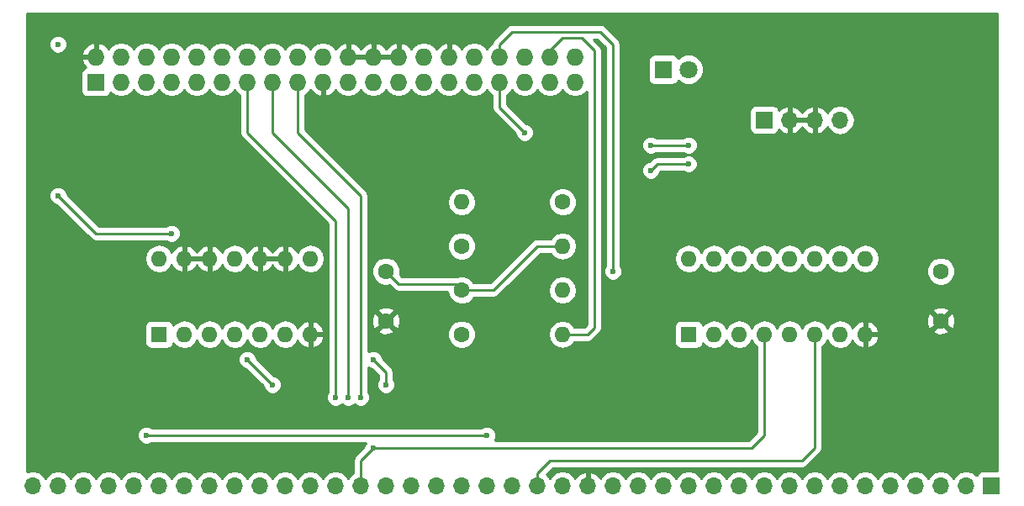
<source format=gbl>
G04 #@! TF.FileFunction,Copper,L2,Bot,Signal*
%FSLAX46Y46*%
G04 Gerber Fmt 4.6, Leading zero omitted, Abs format (unit mm)*
G04 Created by KiCad (PCBNEW 4.0.6) date 05/15/17 21:17:45*
%MOMM*%
%LPD*%
G01*
G04 APERTURE LIST*
%ADD10C,0.100000*%
%ADD11C,1.600000*%
%ADD12R,1.727200X1.727200*%
%ADD13O,1.727200X1.727200*%
%ADD14R,1.700000X1.700000*%
%ADD15O,1.700000X1.700000*%
%ADD16O,1.600000X1.600000*%
%ADD17R,1.600000X1.600000*%
%ADD18R,1.800000X1.800000*%
%ADD19C,1.800000*%
%ADD20C,0.600000*%
%ADD21C,0.250000*%
%ADD22C,0.254000*%
G04 APERTURE END LIST*
D10*
D11*
X209550000Y-111760000D03*
X209550000Y-116760000D03*
D12*
X124460000Y-92710000D03*
D13*
X124460000Y-90170000D03*
X127000000Y-92710000D03*
X127000000Y-90170000D03*
X129540000Y-92710000D03*
X129540000Y-90170000D03*
X132080000Y-92710000D03*
X132080000Y-90170000D03*
X134620000Y-92710000D03*
X134620000Y-90170000D03*
X137160000Y-92710000D03*
X137160000Y-90170000D03*
X139700000Y-92710000D03*
X139700000Y-90170000D03*
X142240000Y-92710000D03*
X142240000Y-90170000D03*
X144780000Y-92710000D03*
X144780000Y-90170000D03*
X147320000Y-92710000D03*
X147320000Y-90170000D03*
X149860000Y-92710000D03*
X149860000Y-90170000D03*
X152400000Y-92710000D03*
X152400000Y-90170000D03*
X154940000Y-92710000D03*
X154940000Y-90170000D03*
X157480000Y-92710000D03*
X157480000Y-90170000D03*
X160020000Y-92710000D03*
X160020000Y-90170000D03*
X162560000Y-92710000D03*
X162560000Y-90170000D03*
X165100000Y-92710000D03*
X165100000Y-90170000D03*
X167640000Y-92710000D03*
X167640000Y-90170000D03*
X170180000Y-92710000D03*
X170180000Y-90170000D03*
X172720000Y-92710000D03*
X172720000Y-90170000D03*
D14*
X191770000Y-96520000D03*
D15*
X194310000Y-96520000D03*
X196850000Y-96520000D03*
X199390000Y-96520000D03*
D14*
X214630000Y-133350000D03*
D15*
X212090000Y-133350000D03*
X209550000Y-133350000D03*
X207010000Y-133350000D03*
X204470000Y-133350000D03*
X201930000Y-133350000D03*
X199390000Y-133350000D03*
X196850000Y-133350000D03*
X194310000Y-133350000D03*
X191770000Y-133350000D03*
X189230000Y-133350000D03*
X186690000Y-133350000D03*
X184150000Y-133350000D03*
X181610000Y-133350000D03*
X179070000Y-133350000D03*
X176530000Y-133350000D03*
X173990000Y-133350000D03*
X171450000Y-133350000D03*
X168910000Y-133350000D03*
X166370000Y-133350000D03*
X163830000Y-133350000D03*
X161290000Y-133350000D03*
X158750000Y-133350000D03*
X156210000Y-133350000D03*
X153670000Y-133350000D03*
X151130000Y-133350000D03*
X148590000Y-133350000D03*
X146050000Y-133350000D03*
X143510000Y-133350000D03*
X140970000Y-133350000D03*
X138430000Y-133350000D03*
X135890000Y-133350000D03*
X133350000Y-133350000D03*
X130810000Y-133350000D03*
X128270000Y-133350000D03*
X125730000Y-133350000D03*
X123190000Y-133350000D03*
X120650000Y-133350000D03*
X118110000Y-133350000D03*
D11*
X171450000Y-104775000D03*
D16*
X161290000Y-104775000D03*
D11*
X161290000Y-109220000D03*
D16*
X171450000Y-109220000D03*
D11*
X161290000Y-113665000D03*
D16*
X171450000Y-113665000D03*
D11*
X161290000Y-118110000D03*
D16*
X171450000Y-118110000D03*
D17*
X184150000Y-118110000D03*
D16*
X201930000Y-110490000D03*
X186690000Y-118110000D03*
X199390000Y-110490000D03*
X189230000Y-118110000D03*
X196850000Y-110490000D03*
X191770000Y-118110000D03*
X194310000Y-110490000D03*
X194310000Y-118110000D03*
X191770000Y-110490000D03*
X196850000Y-118110000D03*
X189230000Y-110490000D03*
X199390000Y-118110000D03*
X186690000Y-110490000D03*
X201930000Y-118110000D03*
X184150000Y-110490000D03*
D18*
X181610000Y-91440000D03*
D19*
X184150000Y-91440000D03*
D11*
X153670000Y-111760000D03*
X153670000Y-116760000D03*
D17*
X130810000Y-118110000D03*
D16*
X146050000Y-110490000D03*
X133350000Y-118110000D03*
X143510000Y-110490000D03*
X135890000Y-118110000D03*
X140970000Y-110490000D03*
X138430000Y-118110000D03*
X138430000Y-110490000D03*
X140970000Y-118110000D03*
X135890000Y-110490000D03*
X143510000Y-118110000D03*
X133350000Y-110490000D03*
X146050000Y-118110000D03*
X130810000Y-110490000D03*
D20*
X120650000Y-104140000D03*
X120650000Y-88900000D03*
X132080000Y-107950000D03*
X187960000Y-87630000D03*
X183515000Y-87630000D03*
X184150000Y-99060000D03*
X180340000Y-99060000D03*
X152400000Y-129540000D03*
X142240000Y-123190000D03*
X139700000Y-120650000D03*
X129540000Y-128270000D03*
X163830000Y-128270000D03*
X151130000Y-124460000D03*
X149860000Y-124460000D03*
X148590000Y-124460000D03*
X153670000Y-123190000D03*
X152400000Y-120650000D03*
X167640000Y-97790000D03*
X176530000Y-111760000D03*
X184150000Y-100965000D03*
X180340000Y-101600000D03*
D21*
X153670000Y-111760000D02*
X154940000Y-113030000D01*
X160655000Y-113030000D02*
X161290000Y-113665000D01*
X154940000Y-113030000D02*
X160655000Y-113030000D01*
X120650000Y-104140000D02*
X121920000Y-105410000D01*
X124460000Y-107950000D02*
X132080000Y-107950000D01*
X121920000Y-105410000D02*
X124460000Y-107950000D01*
X161290000Y-113665000D02*
X164465000Y-113665000D01*
X164465000Y-113665000D02*
X168910000Y-109220000D01*
X168910000Y-109220000D02*
X171450000Y-109220000D01*
X183515000Y-87630000D02*
X187960000Y-87630000D01*
X180340000Y-99060000D02*
X184150000Y-99060000D01*
X139700000Y-120650000D02*
X142240000Y-123190000D01*
X191770000Y-118110000D02*
X191770000Y-128270000D01*
X151130000Y-130810000D02*
X151130000Y-133350000D01*
X152400000Y-129540000D02*
X151130000Y-130810000D01*
X190500000Y-129540000D02*
X152400000Y-129540000D01*
X191770000Y-128270000D02*
X190500000Y-129540000D01*
X168910000Y-133350000D02*
X168910000Y-132080000D01*
X196850000Y-129540000D02*
X196850000Y-118110000D01*
X195580000Y-130810000D02*
X196850000Y-129540000D01*
X170180000Y-130810000D02*
X195580000Y-130810000D01*
X168910000Y-132080000D02*
X170180000Y-130810000D01*
X163830000Y-128270000D02*
X129540000Y-128270000D01*
X144780000Y-97790000D02*
X144780000Y-92710000D01*
X151130000Y-104140000D02*
X144780000Y-97790000D01*
X151130000Y-124460000D02*
X151130000Y-104140000D01*
X142240000Y-97790000D02*
X142240000Y-92710000D01*
X149860000Y-105410000D02*
X142240000Y-97790000D01*
X149860000Y-124460000D02*
X149860000Y-105410000D01*
X139700000Y-92710000D02*
X139700000Y-97790000D01*
X148590000Y-106680000D02*
X148590000Y-124460000D01*
X139700000Y-97790000D02*
X148590000Y-106680000D01*
X153670000Y-121920000D02*
X153670000Y-123190000D01*
X152400000Y-120650000D02*
X153670000Y-121920000D01*
X165100000Y-95250000D02*
X165100000Y-92710000D01*
X167640000Y-97790000D02*
X165100000Y-95250000D01*
X165100000Y-90170000D02*
X165100000Y-88900000D01*
X176530000Y-88900000D02*
X176530000Y-111760000D01*
X175260000Y-87630000D02*
X176530000Y-88900000D01*
X173990000Y-87630000D02*
X175260000Y-87630000D01*
X166370000Y-87630000D02*
X173990000Y-87630000D01*
X165100000Y-88900000D02*
X166370000Y-87630000D01*
X180975000Y-100965000D02*
X184150000Y-100965000D01*
X180340000Y-101600000D02*
X180975000Y-100965000D01*
X170180000Y-90170000D02*
X170180000Y-89535000D01*
X170180000Y-89535000D02*
X171450000Y-88265000D01*
X171450000Y-88265000D02*
X173355000Y-88265000D01*
X173355000Y-88265000D02*
X174625000Y-89535000D01*
X174625000Y-89535000D02*
X174625000Y-117475000D01*
X174625000Y-117475000D02*
X173990000Y-118110000D01*
X173990000Y-118110000D02*
X171450000Y-118110000D01*
D22*
G36*
X215190000Y-131852560D02*
X213780000Y-131852560D01*
X213544683Y-131896838D01*
X213328559Y-132035910D01*
X213183569Y-132248110D01*
X213169914Y-132315541D01*
X213140054Y-132270853D01*
X212658285Y-131948946D01*
X212090000Y-131835907D01*
X211521715Y-131948946D01*
X211039946Y-132270853D01*
X210820000Y-132600026D01*
X210600054Y-132270853D01*
X210118285Y-131948946D01*
X209550000Y-131835907D01*
X208981715Y-131948946D01*
X208499946Y-132270853D01*
X208280000Y-132600026D01*
X208060054Y-132270853D01*
X207578285Y-131948946D01*
X207010000Y-131835907D01*
X206441715Y-131948946D01*
X205959946Y-132270853D01*
X205740000Y-132600026D01*
X205520054Y-132270853D01*
X205038285Y-131948946D01*
X204470000Y-131835907D01*
X203901715Y-131948946D01*
X203419946Y-132270853D01*
X203200000Y-132600026D01*
X202980054Y-132270853D01*
X202498285Y-131948946D01*
X201930000Y-131835907D01*
X201361715Y-131948946D01*
X200879946Y-132270853D01*
X200660000Y-132600026D01*
X200440054Y-132270853D01*
X199958285Y-131948946D01*
X199390000Y-131835907D01*
X198821715Y-131948946D01*
X198339946Y-132270853D01*
X198120000Y-132600026D01*
X197900054Y-132270853D01*
X197418285Y-131948946D01*
X196850000Y-131835907D01*
X196281715Y-131948946D01*
X195799946Y-132270853D01*
X195580000Y-132600026D01*
X195360054Y-132270853D01*
X194878285Y-131948946D01*
X194310000Y-131835907D01*
X193741715Y-131948946D01*
X193259946Y-132270853D01*
X193040000Y-132600026D01*
X192820054Y-132270853D01*
X192338285Y-131948946D01*
X191770000Y-131835907D01*
X191201715Y-131948946D01*
X190719946Y-132270853D01*
X190500000Y-132600026D01*
X190280054Y-132270853D01*
X189798285Y-131948946D01*
X189230000Y-131835907D01*
X188661715Y-131948946D01*
X188179946Y-132270853D01*
X187960000Y-132600026D01*
X187740054Y-132270853D01*
X187258285Y-131948946D01*
X186690000Y-131835907D01*
X186121715Y-131948946D01*
X185639946Y-132270853D01*
X185420000Y-132600026D01*
X185200054Y-132270853D01*
X184718285Y-131948946D01*
X184150000Y-131835907D01*
X183581715Y-131948946D01*
X183099946Y-132270853D01*
X182880000Y-132600026D01*
X182660054Y-132270853D01*
X182178285Y-131948946D01*
X181610000Y-131835907D01*
X181041715Y-131948946D01*
X180559946Y-132270853D01*
X180340000Y-132600026D01*
X180120054Y-132270853D01*
X179638285Y-131948946D01*
X179070000Y-131835907D01*
X178501715Y-131948946D01*
X178019946Y-132270853D01*
X177800000Y-132600026D01*
X177580054Y-132270853D01*
X177098285Y-131948946D01*
X176530000Y-131835907D01*
X175961715Y-131948946D01*
X175479946Y-132270853D01*
X175252298Y-132611553D01*
X175185183Y-132468642D01*
X174756924Y-132078355D01*
X174346890Y-131908524D01*
X174117000Y-132029845D01*
X174117000Y-133223000D01*
X174137000Y-133223000D01*
X174137000Y-133477000D01*
X174117000Y-133477000D01*
X174117000Y-133497000D01*
X173863000Y-133497000D01*
X173863000Y-133477000D01*
X173843000Y-133477000D01*
X173843000Y-133223000D01*
X173863000Y-133223000D01*
X173863000Y-132029845D01*
X173633110Y-131908524D01*
X173223076Y-132078355D01*
X172794817Y-132468642D01*
X172727702Y-132611553D01*
X172500054Y-132270853D01*
X172018285Y-131948946D01*
X171450000Y-131835907D01*
X170881715Y-131948946D01*
X170399946Y-132270853D01*
X170180000Y-132600026D01*
X169960054Y-132270853D01*
X169860481Y-132204321D01*
X170494802Y-131570000D01*
X195580000Y-131570000D01*
X195870839Y-131512148D01*
X196117401Y-131347401D01*
X197387401Y-130077401D01*
X197552148Y-129830840D01*
X197610000Y-129540000D01*
X197610000Y-119322995D01*
X197864698Y-119152811D01*
X198120000Y-118770725D01*
X198375302Y-119152811D01*
X198840849Y-119463880D01*
X199390000Y-119573113D01*
X199939151Y-119463880D01*
X200404698Y-119152811D01*
X200674986Y-118748297D01*
X200777611Y-118965134D01*
X201192577Y-119341041D01*
X201580961Y-119501904D01*
X201803000Y-119379915D01*
X201803000Y-118237000D01*
X202057000Y-118237000D01*
X202057000Y-119379915D01*
X202279039Y-119501904D01*
X202667423Y-119341041D01*
X203082389Y-118965134D01*
X203321914Y-118459041D01*
X203200629Y-118237000D01*
X202057000Y-118237000D01*
X201803000Y-118237000D01*
X201783000Y-118237000D01*
X201783000Y-117983000D01*
X201803000Y-117983000D01*
X201803000Y-116840085D01*
X202057000Y-116840085D01*
X202057000Y-117983000D01*
X203200629Y-117983000D01*
X203318207Y-117767745D01*
X208721861Y-117767745D01*
X208795995Y-118013864D01*
X209333223Y-118206965D01*
X209903454Y-118179778D01*
X210304005Y-118013864D01*
X210378139Y-117767745D01*
X209550000Y-116939605D01*
X208721861Y-117767745D01*
X203318207Y-117767745D01*
X203321914Y-117760959D01*
X203082389Y-117254866D01*
X202667423Y-116878959D01*
X202279039Y-116718096D01*
X202057000Y-116840085D01*
X201803000Y-116840085D01*
X201580961Y-116718096D01*
X201192577Y-116878959D01*
X200777611Y-117254866D01*
X200674986Y-117471703D01*
X200404698Y-117067189D01*
X199939151Y-116756120D01*
X199390000Y-116646887D01*
X198840849Y-116756120D01*
X198375302Y-117067189D01*
X198120000Y-117449275D01*
X197864698Y-117067189D01*
X197399151Y-116756120D01*
X196850000Y-116646887D01*
X196300849Y-116756120D01*
X195835302Y-117067189D01*
X195580000Y-117449275D01*
X195324698Y-117067189D01*
X194859151Y-116756120D01*
X194310000Y-116646887D01*
X193760849Y-116756120D01*
X193295302Y-117067189D01*
X193040000Y-117449275D01*
X192784698Y-117067189D01*
X192319151Y-116756120D01*
X191770000Y-116646887D01*
X191220849Y-116756120D01*
X190755302Y-117067189D01*
X190500000Y-117449275D01*
X190244698Y-117067189D01*
X189779151Y-116756120D01*
X189230000Y-116646887D01*
X188680849Y-116756120D01*
X188215302Y-117067189D01*
X187960000Y-117449275D01*
X187704698Y-117067189D01*
X187239151Y-116756120D01*
X186690000Y-116646887D01*
X186140849Y-116756120D01*
X185675302Y-117067189D01*
X185578899Y-117211465D01*
X185553162Y-117074683D01*
X185414090Y-116858559D01*
X185201890Y-116713569D01*
X184950000Y-116662560D01*
X183350000Y-116662560D01*
X183114683Y-116706838D01*
X182898559Y-116845910D01*
X182753569Y-117058110D01*
X182702560Y-117310000D01*
X182702560Y-118910000D01*
X182746838Y-119145317D01*
X182885910Y-119361441D01*
X183098110Y-119506431D01*
X183350000Y-119557440D01*
X184950000Y-119557440D01*
X185185317Y-119513162D01*
X185401441Y-119374090D01*
X185546431Y-119161890D01*
X185577815Y-119006911D01*
X185675302Y-119152811D01*
X186140849Y-119463880D01*
X186690000Y-119573113D01*
X187239151Y-119463880D01*
X187704698Y-119152811D01*
X187960000Y-118770725D01*
X188215302Y-119152811D01*
X188680849Y-119463880D01*
X189230000Y-119573113D01*
X189779151Y-119463880D01*
X190244698Y-119152811D01*
X190500000Y-118770725D01*
X190755302Y-119152811D01*
X191010000Y-119322995D01*
X191010000Y-127955198D01*
X190185198Y-128780000D01*
X164630633Y-128780000D01*
X164764838Y-128456799D01*
X164765162Y-128084833D01*
X164623117Y-127741057D01*
X164360327Y-127477808D01*
X164016799Y-127335162D01*
X163644833Y-127334838D01*
X163301057Y-127476883D01*
X163267882Y-127510000D01*
X130102463Y-127510000D01*
X130070327Y-127477808D01*
X129726799Y-127335162D01*
X129354833Y-127334838D01*
X129011057Y-127476883D01*
X128747808Y-127739673D01*
X128605162Y-128083201D01*
X128604838Y-128455167D01*
X128746883Y-128798943D01*
X129009673Y-129062192D01*
X129353201Y-129204838D01*
X129725167Y-129205162D01*
X130068943Y-129063117D01*
X130102118Y-129030000D01*
X151599367Y-129030000D01*
X151465162Y-129353201D01*
X151465121Y-129400077D01*
X150592599Y-130272599D01*
X150427852Y-130519161D01*
X150370000Y-130810000D01*
X150370000Y-132077046D01*
X150079946Y-132270853D01*
X149860000Y-132600026D01*
X149640054Y-132270853D01*
X149158285Y-131948946D01*
X148590000Y-131835907D01*
X148021715Y-131948946D01*
X147539946Y-132270853D01*
X147320000Y-132600026D01*
X147100054Y-132270853D01*
X146618285Y-131948946D01*
X146050000Y-131835907D01*
X145481715Y-131948946D01*
X144999946Y-132270853D01*
X144780000Y-132600026D01*
X144560054Y-132270853D01*
X144078285Y-131948946D01*
X143510000Y-131835907D01*
X142941715Y-131948946D01*
X142459946Y-132270853D01*
X142240000Y-132600026D01*
X142020054Y-132270853D01*
X141538285Y-131948946D01*
X140970000Y-131835907D01*
X140401715Y-131948946D01*
X139919946Y-132270853D01*
X139700000Y-132600026D01*
X139480054Y-132270853D01*
X138998285Y-131948946D01*
X138430000Y-131835907D01*
X137861715Y-131948946D01*
X137379946Y-132270853D01*
X137160000Y-132600026D01*
X136940054Y-132270853D01*
X136458285Y-131948946D01*
X135890000Y-131835907D01*
X135321715Y-131948946D01*
X134839946Y-132270853D01*
X134620000Y-132600026D01*
X134400054Y-132270853D01*
X133918285Y-131948946D01*
X133350000Y-131835907D01*
X132781715Y-131948946D01*
X132299946Y-132270853D01*
X132080000Y-132600026D01*
X131860054Y-132270853D01*
X131378285Y-131948946D01*
X130810000Y-131835907D01*
X130241715Y-131948946D01*
X129759946Y-132270853D01*
X129540000Y-132600026D01*
X129320054Y-132270853D01*
X128838285Y-131948946D01*
X128270000Y-131835907D01*
X127701715Y-131948946D01*
X127219946Y-132270853D01*
X127000000Y-132600026D01*
X126780054Y-132270853D01*
X126298285Y-131948946D01*
X125730000Y-131835907D01*
X125161715Y-131948946D01*
X124679946Y-132270853D01*
X124460000Y-132600026D01*
X124240054Y-132270853D01*
X123758285Y-131948946D01*
X123190000Y-131835907D01*
X122621715Y-131948946D01*
X122139946Y-132270853D01*
X121920000Y-132600026D01*
X121700054Y-132270853D01*
X121218285Y-131948946D01*
X120650000Y-131835907D01*
X120081715Y-131948946D01*
X119599946Y-132270853D01*
X119380000Y-132600026D01*
X119160054Y-132270853D01*
X118678285Y-131948946D01*
X118110000Y-131835907D01*
X117550000Y-131947298D01*
X117550000Y-120835167D01*
X138764838Y-120835167D01*
X138906883Y-121178943D01*
X139169673Y-121442192D01*
X139513201Y-121584838D01*
X139560077Y-121584879D01*
X141304878Y-123329680D01*
X141304838Y-123375167D01*
X141446883Y-123718943D01*
X141709673Y-123982192D01*
X142053201Y-124124838D01*
X142425167Y-124125162D01*
X142768943Y-123983117D01*
X143032192Y-123720327D01*
X143174838Y-123376799D01*
X143175162Y-123004833D01*
X143033117Y-122661057D01*
X142770327Y-122397808D01*
X142426799Y-122255162D01*
X142379923Y-122255121D01*
X140635122Y-120510320D01*
X140635162Y-120464833D01*
X140493117Y-120121057D01*
X140230327Y-119857808D01*
X139886799Y-119715162D01*
X139514833Y-119714838D01*
X139171057Y-119856883D01*
X138907808Y-120119673D01*
X138765162Y-120463201D01*
X138764838Y-120835167D01*
X117550000Y-120835167D01*
X117550000Y-117310000D01*
X129362560Y-117310000D01*
X129362560Y-118910000D01*
X129406838Y-119145317D01*
X129545910Y-119361441D01*
X129758110Y-119506431D01*
X130010000Y-119557440D01*
X131610000Y-119557440D01*
X131845317Y-119513162D01*
X132061441Y-119374090D01*
X132206431Y-119161890D01*
X132237815Y-119006911D01*
X132335302Y-119152811D01*
X132800849Y-119463880D01*
X133350000Y-119573113D01*
X133899151Y-119463880D01*
X134364698Y-119152811D01*
X134620000Y-118770725D01*
X134875302Y-119152811D01*
X135340849Y-119463880D01*
X135890000Y-119573113D01*
X136439151Y-119463880D01*
X136904698Y-119152811D01*
X137160000Y-118770725D01*
X137415302Y-119152811D01*
X137880849Y-119463880D01*
X138430000Y-119573113D01*
X138979151Y-119463880D01*
X139444698Y-119152811D01*
X139700000Y-118770725D01*
X139955302Y-119152811D01*
X140420849Y-119463880D01*
X140970000Y-119573113D01*
X141519151Y-119463880D01*
X141984698Y-119152811D01*
X142240000Y-118770725D01*
X142495302Y-119152811D01*
X142960849Y-119463880D01*
X143510000Y-119573113D01*
X144059151Y-119463880D01*
X144524698Y-119152811D01*
X144794986Y-118748297D01*
X144897611Y-118965134D01*
X145312577Y-119341041D01*
X145700961Y-119501904D01*
X145923000Y-119379915D01*
X145923000Y-118237000D01*
X146177000Y-118237000D01*
X146177000Y-119379915D01*
X146399039Y-119501904D01*
X146787423Y-119341041D01*
X147202389Y-118965134D01*
X147441914Y-118459041D01*
X147320629Y-118237000D01*
X146177000Y-118237000D01*
X145923000Y-118237000D01*
X145903000Y-118237000D01*
X145903000Y-117983000D01*
X145923000Y-117983000D01*
X145923000Y-116840085D01*
X146177000Y-116840085D01*
X146177000Y-117983000D01*
X147320629Y-117983000D01*
X147441914Y-117760959D01*
X147202389Y-117254866D01*
X146787423Y-116878959D01*
X146399039Y-116718096D01*
X146177000Y-116840085D01*
X145923000Y-116840085D01*
X145700961Y-116718096D01*
X145312577Y-116878959D01*
X144897611Y-117254866D01*
X144794986Y-117471703D01*
X144524698Y-117067189D01*
X144059151Y-116756120D01*
X143510000Y-116646887D01*
X142960849Y-116756120D01*
X142495302Y-117067189D01*
X142240000Y-117449275D01*
X141984698Y-117067189D01*
X141519151Y-116756120D01*
X140970000Y-116646887D01*
X140420849Y-116756120D01*
X139955302Y-117067189D01*
X139700000Y-117449275D01*
X139444698Y-117067189D01*
X138979151Y-116756120D01*
X138430000Y-116646887D01*
X137880849Y-116756120D01*
X137415302Y-117067189D01*
X137160000Y-117449275D01*
X136904698Y-117067189D01*
X136439151Y-116756120D01*
X135890000Y-116646887D01*
X135340849Y-116756120D01*
X134875302Y-117067189D01*
X134620000Y-117449275D01*
X134364698Y-117067189D01*
X133899151Y-116756120D01*
X133350000Y-116646887D01*
X132800849Y-116756120D01*
X132335302Y-117067189D01*
X132238899Y-117211465D01*
X132213162Y-117074683D01*
X132074090Y-116858559D01*
X131861890Y-116713569D01*
X131610000Y-116662560D01*
X130010000Y-116662560D01*
X129774683Y-116706838D01*
X129558559Y-116845910D01*
X129413569Y-117058110D01*
X129362560Y-117310000D01*
X117550000Y-117310000D01*
X117550000Y-110461887D01*
X129375000Y-110461887D01*
X129375000Y-110518113D01*
X129484233Y-111067264D01*
X129795302Y-111532811D01*
X130260849Y-111843880D01*
X130810000Y-111953113D01*
X131359151Y-111843880D01*
X131824698Y-111532811D01*
X132094986Y-111128297D01*
X132197611Y-111345134D01*
X132612577Y-111721041D01*
X133000961Y-111881904D01*
X133223000Y-111759915D01*
X133223000Y-110617000D01*
X133477000Y-110617000D01*
X133477000Y-111759915D01*
X133699039Y-111881904D01*
X134087423Y-111721041D01*
X134502389Y-111345134D01*
X134620000Y-111096633D01*
X134737611Y-111345134D01*
X135152577Y-111721041D01*
X135540961Y-111881904D01*
X135763000Y-111759915D01*
X135763000Y-110617000D01*
X133477000Y-110617000D01*
X133223000Y-110617000D01*
X133203000Y-110617000D01*
X133203000Y-110363000D01*
X133223000Y-110363000D01*
X133223000Y-109220085D01*
X133477000Y-109220085D01*
X133477000Y-110363000D01*
X135763000Y-110363000D01*
X135763000Y-109220085D01*
X136017000Y-109220085D01*
X136017000Y-110363000D01*
X136037000Y-110363000D01*
X136037000Y-110617000D01*
X136017000Y-110617000D01*
X136017000Y-111759915D01*
X136239039Y-111881904D01*
X136627423Y-111721041D01*
X137042389Y-111345134D01*
X137145014Y-111128297D01*
X137415302Y-111532811D01*
X137880849Y-111843880D01*
X138430000Y-111953113D01*
X138979151Y-111843880D01*
X139444698Y-111532811D01*
X139714986Y-111128297D01*
X139817611Y-111345134D01*
X140232577Y-111721041D01*
X140620961Y-111881904D01*
X140843000Y-111759915D01*
X140843000Y-110617000D01*
X141097000Y-110617000D01*
X141097000Y-111759915D01*
X141319039Y-111881904D01*
X141707423Y-111721041D01*
X142122389Y-111345134D01*
X142240000Y-111096633D01*
X142357611Y-111345134D01*
X142772577Y-111721041D01*
X143160961Y-111881904D01*
X143383000Y-111759915D01*
X143383000Y-110617000D01*
X141097000Y-110617000D01*
X140843000Y-110617000D01*
X140823000Y-110617000D01*
X140823000Y-110363000D01*
X140843000Y-110363000D01*
X140843000Y-109220085D01*
X141097000Y-109220085D01*
X141097000Y-110363000D01*
X143383000Y-110363000D01*
X143383000Y-109220085D01*
X143637000Y-109220085D01*
X143637000Y-110363000D01*
X143657000Y-110363000D01*
X143657000Y-110617000D01*
X143637000Y-110617000D01*
X143637000Y-111759915D01*
X143859039Y-111881904D01*
X144247423Y-111721041D01*
X144662389Y-111345134D01*
X144765014Y-111128297D01*
X145035302Y-111532811D01*
X145500849Y-111843880D01*
X146050000Y-111953113D01*
X146599151Y-111843880D01*
X147064698Y-111532811D01*
X147375767Y-111067264D01*
X147485000Y-110518113D01*
X147485000Y-110461887D01*
X147375767Y-109912736D01*
X147064698Y-109447189D01*
X146599151Y-109136120D01*
X146050000Y-109026887D01*
X145500849Y-109136120D01*
X145035302Y-109447189D01*
X144765014Y-109851703D01*
X144662389Y-109634866D01*
X144247423Y-109258959D01*
X143859039Y-109098096D01*
X143637000Y-109220085D01*
X143383000Y-109220085D01*
X143160961Y-109098096D01*
X142772577Y-109258959D01*
X142357611Y-109634866D01*
X142240000Y-109883367D01*
X142122389Y-109634866D01*
X141707423Y-109258959D01*
X141319039Y-109098096D01*
X141097000Y-109220085D01*
X140843000Y-109220085D01*
X140620961Y-109098096D01*
X140232577Y-109258959D01*
X139817611Y-109634866D01*
X139714986Y-109851703D01*
X139444698Y-109447189D01*
X138979151Y-109136120D01*
X138430000Y-109026887D01*
X137880849Y-109136120D01*
X137415302Y-109447189D01*
X137145014Y-109851703D01*
X137042389Y-109634866D01*
X136627423Y-109258959D01*
X136239039Y-109098096D01*
X136017000Y-109220085D01*
X135763000Y-109220085D01*
X135540961Y-109098096D01*
X135152577Y-109258959D01*
X134737611Y-109634866D01*
X134620000Y-109883367D01*
X134502389Y-109634866D01*
X134087423Y-109258959D01*
X133699039Y-109098096D01*
X133477000Y-109220085D01*
X133223000Y-109220085D01*
X133000961Y-109098096D01*
X132612577Y-109258959D01*
X132197611Y-109634866D01*
X132094986Y-109851703D01*
X131824698Y-109447189D01*
X131359151Y-109136120D01*
X130810000Y-109026887D01*
X130260849Y-109136120D01*
X129795302Y-109447189D01*
X129484233Y-109912736D01*
X129375000Y-110461887D01*
X117550000Y-110461887D01*
X117550000Y-104325167D01*
X119714838Y-104325167D01*
X119856883Y-104668943D01*
X120119673Y-104932192D01*
X120463201Y-105074838D01*
X120510077Y-105074879D01*
X123922599Y-108487401D01*
X124169160Y-108652148D01*
X124217414Y-108661746D01*
X124460000Y-108710000D01*
X131517537Y-108710000D01*
X131549673Y-108742192D01*
X131893201Y-108884838D01*
X132265167Y-108885162D01*
X132608943Y-108743117D01*
X132872192Y-108480327D01*
X133014838Y-108136799D01*
X133015162Y-107764833D01*
X132873117Y-107421057D01*
X132610327Y-107157808D01*
X132266799Y-107015162D01*
X131894833Y-107014838D01*
X131551057Y-107156883D01*
X131517882Y-107190000D01*
X124774802Y-107190000D01*
X121585122Y-104000320D01*
X121585162Y-103954833D01*
X121443117Y-103611057D01*
X121180327Y-103347808D01*
X120836799Y-103205162D01*
X120464833Y-103204838D01*
X120121057Y-103346883D01*
X119857808Y-103609673D01*
X119715162Y-103953201D01*
X119714838Y-104325167D01*
X117550000Y-104325167D01*
X117550000Y-91846400D01*
X122948960Y-91846400D01*
X122948960Y-93573600D01*
X122993238Y-93808917D01*
X123132310Y-94025041D01*
X123344510Y-94170031D01*
X123596400Y-94221040D01*
X125323600Y-94221040D01*
X125558917Y-94176762D01*
X125775041Y-94037690D01*
X125920031Y-93825490D01*
X125928908Y-93781655D01*
X126397152Y-94094526D01*
X126970641Y-94208600D01*
X127029359Y-94208600D01*
X127602848Y-94094526D01*
X128089029Y-93769670D01*
X128270000Y-93498828D01*
X128450971Y-93769670D01*
X128937152Y-94094526D01*
X129510641Y-94208600D01*
X129569359Y-94208600D01*
X130142848Y-94094526D01*
X130629029Y-93769670D01*
X130810000Y-93498828D01*
X130990971Y-93769670D01*
X131477152Y-94094526D01*
X132050641Y-94208600D01*
X132109359Y-94208600D01*
X132682848Y-94094526D01*
X133169029Y-93769670D01*
X133350000Y-93498828D01*
X133530971Y-93769670D01*
X134017152Y-94094526D01*
X134590641Y-94208600D01*
X134649359Y-94208600D01*
X135222848Y-94094526D01*
X135709029Y-93769670D01*
X135890000Y-93498828D01*
X136070971Y-93769670D01*
X136557152Y-94094526D01*
X137130641Y-94208600D01*
X137189359Y-94208600D01*
X137762848Y-94094526D01*
X138249029Y-93769670D01*
X138430000Y-93498828D01*
X138610971Y-93769670D01*
X138940000Y-93989520D01*
X138940000Y-97790000D01*
X138997852Y-98080839D01*
X139162599Y-98327401D01*
X147830000Y-106994802D01*
X147830000Y-123897537D01*
X147797808Y-123929673D01*
X147655162Y-124273201D01*
X147654838Y-124645167D01*
X147796883Y-124988943D01*
X148059673Y-125252192D01*
X148403201Y-125394838D01*
X148775167Y-125395162D01*
X149118943Y-125253117D01*
X149224954Y-125147290D01*
X149329673Y-125252192D01*
X149673201Y-125394838D01*
X150045167Y-125395162D01*
X150388943Y-125253117D01*
X150494954Y-125147290D01*
X150599673Y-125252192D01*
X150943201Y-125394838D01*
X151315167Y-125395162D01*
X151658943Y-125253117D01*
X151922192Y-124990327D01*
X152064838Y-124646799D01*
X152065162Y-124274833D01*
X151923117Y-123931057D01*
X151890000Y-123897882D01*
X151890000Y-121450633D01*
X152213201Y-121584838D01*
X152260077Y-121584879D01*
X152910000Y-122234802D01*
X152910000Y-122627537D01*
X152877808Y-122659673D01*
X152735162Y-123003201D01*
X152734838Y-123375167D01*
X152876883Y-123718943D01*
X153139673Y-123982192D01*
X153483201Y-124124838D01*
X153855167Y-124125162D01*
X154198943Y-123983117D01*
X154462192Y-123720327D01*
X154604838Y-123376799D01*
X154605162Y-123004833D01*
X154463117Y-122661057D01*
X154430000Y-122627882D01*
X154430000Y-121920000D01*
X154372148Y-121629161D01*
X154372148Y-121629160D01*
X154207401Y-121382599D01*
X153335122Y-120510320D01*
X153335162Y-120464833D01*
X153193117Y-120121057D01*
X152930327Y-119857808D01*
X152586799Y-119715162D01*
X152214833Y-119714838D01*
X151890000Y-119849056D01*
X151890000Y-118394187D01*
X159854752Y-118394187D01*
X160072757Y-118921800D01*
X160476077Y-119325824D01*
X161003309Y-119544750D01*
X161574187Y-119545248D01*
X162101800Y-119327243D01*
X162505824Y-118923923D01*
X162724750Y-118396691D01*
X162725248Y-117825813D01*
X162507243Y-117298200D01*
X162103923Y-116894176D01*
X161576691Y-116675250D01*
X161005813Y-116674752D01*
X160478200Y-116892757D01*
X160074176Y-117296077D01*
X159855250Y-117823309D01*
X159854752Y-118394187D01*
X151890000Y-118394187D01*
X151890000Y-117767745D01*
X152841861Y-117767745D01*
X152915995Y-118013864D01*
X153453223Y-118206965D01*
X154023454Y-118179778D01*
X154424005Y-118013864D01*
X154498139Y-117767745D01*
X153670000Y-116939605D01*
X152841861Y-117767745D01*
X151890000Y-117767745D01*
X151890000Y-116543223D01*
X152223035Y-116543223D01*
X152250222Y-117113454D01*
X152416136Y-117514005D01*
X152662255Y-117588139D01*
X153490395Y-116760000D01*
X153849605Y-116760000D01*
X154677745Y-117588139D01*
X154923864Y-117514005D01*
X155116965Y-116976777D01*
X155089778Y-116406546D01*
X154923864Y-116005995D01*
X154677745Y-115931861D01*
X153849605Y-116760000D01*
X153490395Y-116760000D01*
X152662255Y-115931861D01*
X152416136Y-116005995D01*
X152223035Y-116543223D01*
X151890000Y-116543223D01*
X151890000Y-115752255D01*
X152841861Y-115752255D01*
X153670000Y-116580395D01*
X154498139Y-115752255D01*
X154424005Y-115506136D01*
X153886777Y-115313035D01*
X153316546Y-115340222D01*
X152915995Y-115506136D01*
X152841861Y-115752255D01*
X151890000Y-115752255D01*
X151890000Y-112044187D01*
X152234752Y-112044187D01*
X152452757Y-112571800D01*
X152856077Y-112975824D01*
X153383309Y-113194750D01*
X153954187Y-113195248D01*
X154008149Y-113172951D01*
X154402599Y-113567401D01*
X154649160Y-113732148D01*
X154940000Y-113790000D01*
X159854891Y-113790000D01*
X159854752Y-113949187D01*
X160072757Y-114476800D01*
X160476077Y-114880824D01*
X161003309Y-115099750D01*
X161574187Y-115100248D01*
X162101800Y-114882243D01*
X162505824Y-114478923D01*
X162528215Y-114425000D01*
X164465000Y-114425000D01*
X164755839Y-114367148D01*
X165002401Y-114202401D01*
X165539802Y-113665000D01*
X169986887Y-113665000D01*
X170096120Y-114214151D01*
X170407189Y-114679698D01*
X170872736Y-114990767D01*
X171421887Y-115100000D01*
X171478113Y-115100000D01*
X172027264Y-114990767D01*
X172492811Y-114679698D01*
X172803880Y-114214151D01*
X172913113Y-113665000D01*
X172803880Y-113115849D01*
X172492811Y-112650302D01*
X172027264Y-112339233D01*
X171478113Y-112230000D01*
X171421887Y-112230000D01*
X170872736Y-112339233D01*
X170407189Y-112650302D01*
X170096120Y-113115849D01*
X169986887Y-113665000D01*
X165539802Y-113665000D01*
X169224802Y-109980000D01*
X170237005Y-109980000D01*
X170407189Y-110234698D01*
X170872736Y-110545767D01*
X171421887Y-110655000D01*
X171478113Y-110655000D01*
X172027264Y-110545767D01*
X172492811Y-110234698D01*
X172803880Y-109769151D01*
X172913113Y-109220000D01*
X172803880Y-108670849D01*
X172492811Y-108205302D01*
X172027264Y-107894233D01*
X171478113Y-107785000D01*
X171421887Y-107785000D01*
X170872736Y-107894233D01*
X170407189Y-108205302D01*
X170237005Y-108460000D01*
X168910000Y-108460000D01*
X168619160Y-108517852D01*
X168372599Y-108682599D01*
X164150198Y-112905000D01*
X162528646Y-112905000D01*
X162507243Y-112853200D01*
X162103923Y-112449176D01*
X161576691Y-112230250D01*
X161005813Y-112229752D01*
X160826057Y-112304026D01*
X160655000Y-112270000D01*
X155254802Y-112270000D01*
X155083256Y-112098454D01*
X155104750Y-112046691D01*
X155105248Y-111475813D01*
X154887243Y-110948200D01*
X154483923Y-110544176D01*
X153956691Y-110325250D01*
X153385813Y-110324752D01*
X152858200Y-110542757D01*
X152454176Y-110946077D01*
X152235250Y-111473309D01*
X152234752Y-112044187D01*
X151890000Y-112044187D01*
X151890000Y-109504187D01*
X159854752Y-109504187D01*
X160072757Y-110031800D01*
X160476077Y-110435824D01*
X161003309Y-110654750D01*
X161574187Y-110655248D01*
X162101800Y-110437243D01*
X162505824Y-110033923D01*
X162724750Y-109506691D01*
X162725248Y-108935813D01*
X162507243Y-108408200D01*
X162103923Y-108004176D01*
X161576691Y-107785250D01*
X161005813Y-107784752D01*
X160478200Y-108002757D01*
X160074176Y-108406077D01*
X159855250Y-108933309D01*
X159854752Y-109504187D01*
X151890000Y-109504187D01*
X151890000Y-104775000D01*
X159826887Y-104775000D01*
X159936120Y-105324151D01*
X160247189Y-105789698D01*
X160712736Y-106100767D01*
X161261887Y-106210000D01*
X161318113Y-106210000D01*
X161867264Y-106100767D01*
X162332811Y-105789698D01*
X162643880Y-105324151D01*
X162696584Y-105059187D01*
X170014752Y-105059187D01*
X170232757Y-105586800D01*
X170636077Y-105990824D01*
X171163309Y-106209750D01*
X171734187Y-106210248D01*
X172261800Y-105992243D01*
X172665824Y-105588923D01*
X172884750Y-105061691D01*
X172885248Y-104490813D01*
X172667243Y-103963200D01*
X172263923Y-103559176D01*
X171736691Y-103340250D01*
X171165813Y-103339752D01*
X170638200Y-103557757D01*
X170234176Y-103961077D01*
X170015250Y-104488309D01*
X170014752Y-105059187D01*
X162696584Y-105059187D01*
X162753113Y-104775000D01*
X162643880Y-104225849D01*
X162332811Y-103760302D01*
X161867264Y-103449233D01*
X161318113Y-103340000D01*
X161261887Y-103340000D01*
X160712736Y-103449233D01*
X160247189Y-103760302D01*
X159936120Y-104225849D01*
X159826887Y-104775000D01*
X151890000Y-104775000D01*
X151890000Y-104140000D01*
X151832148Y-103849161D01*
X151667401Y-103602599D01*
X145540000Y-97475198D01*
X145540000Y-93989520D01*
X145869029Y-93769670D01*
X146049992Y-93498839D01*
X146431510Y-93916821D01*
X146960973Y-94164968D01*
X147193000Y-94044469D01*
X147193000Y-92837000D01*
X147173000Y-92837000D01*
X147173000Y-92583000D01*
X147193000Y-92583000D01*
X147193000Y-92563000D01*
X147447000Y-92563000D01*
X147447000Y-92583000D01*
X147467000Y-92583000D01*
X147467000Y-92837000D01*
X147447000Y-92837000D01*
X147447000Y-94044469D01*
X147679027Y-94164968D01*
X148208490Y-93916821D01*
X148590008Y-93498839D01*
X148770971Y-93769670D01*
X149257152Y-94094526D01*
X149830641Y-94208600D01*
X149889359Y-94208600D01*
X150462848Y-94094526D01*
X150949029Y-93769670D01*
X151130000Y-93498828D01*
X151310971Y-93769670D01*
X151797152Y-94094526D01*
X152370641Y-94208600D01*
X152429359Y-94208600D01*
X153002848Y-94094526D01*
X153489029Y-93769670D01*
X153670000Y-93498828D01*
X153850971Y-93769670D01*
X154337152Y-94094526D01*
X154910641Y-94208600D01*
X154969359Y-94208600D01*
X155542848Y-94094526D01*
X156029029Y-93769670D01*
X156210000Y-93498828D01*
X156390971Y-93769670D01*
X156877152Y-94094526D01*
X157450641Y-94208600D01*
X157509359Y-94208600D01*
X158082848Y-94094526D01*
X158569029Y-93769670D01*
X158750000Y-93498828D01*
X158930971Y-93769670D01*
X159417152Y-94094526D01*
X159990641Y-94208600D01*
X160049359Y-94208600D01*
X160622848Y-94094526D01*
X161109029Y-93769670D01*
X161290000Y-93498828D01*
X161470971Y-93769670D01*
X161957152Y-94094526D01*
X162530641Y-94208600D01*
X162589359Y-94208600D01*
X163162848Y-94094526D01*
X163649029Y-93769670D01*
X163830000Y-93498828D01*
X164010971Y-93769670D01*
X164340000Y-93989520D01*
X164340000Y-95250000D01*
X164397852Y-95540839D01*
X164562599Y-95787401D01*
X166704878Y-97929680D01*
X166704838Y-97975167D01*
X166846883Y-98318943D01*
X167109673Y-98582192D01*
X167453201Y-98724838D01*
X167825167Y-98725162D01*
X168168943Y-98583117D01*
X168432192Y-98320327D01*
X168574838Y-97976799D01*
X168575162Y-97604833D01*
X168433117Y-97261057D01*
X168170327Y-96997808D01*
X167826799Y-96855162D01*
X167779923Y-96855121D01*
X165860000Y-94935198D01*
X165860000Y-93989520D01*
X166189029Y-93769670D01*
X166370000Y-93498828D01*
X166550971Y-93769670D01*
X167037152Y-94094526D01*
X167610641Y-94208600D01*
X167669359Y-94208600D01*
X168242848Y-94094526D01*
X168729029Y-93769670D01*
X168910000Y-93498828D01*
X169090971Y-93769670D01*
X169577152Y-94094526D01*
X170150641Y-94208600D01*
X170209359Y-94208600D01*
X170782848Y-94094526D01*
X171269029Y-93769670D01*
X171450000Y-93498828D01*
X171630971Y-93769670D01*
X172117152Y-94094526D01*
X172690641Y-94208600D01*
X172749359Y-94208600D01*
X173322848Y-94094526D01*
X173809029Y-93769670D01*
X173865000Y-93685904D01*
X173865000Y-117160198D01*
X173675198Y-117350000D01*
X172662995Y-117350000D01*
X172492811Y-117095302D01*
X172027264Y-116784233D01*
X171478113Y-116675000D01*
X171421887Y-116675000D01*
X170872736Y-116784233D01*
X170407189Y-117095302D01*
X170096120Y-117560849D01*
X169986887Y-118110000D01*
X170096120Y-118659151D01*
X170407189Y-119124698D01*
X170872736Y-119435767D01*
X171421887Y-119545000D01*
X171478113Y-119545000D01*
X172027264Y-119435767D01*
X172492811Y-119124698D01*
X172662995Y-118870000D01*
X173990000Y-118870000D01*
X174280839Y-118812148D01*
X174527401Y-118647401D01*
X175162401Y-118012401D01*
X175327148Y-117765839D01*
X175385000Y-117475000D01*
X175385000Y-116543223D01*
X208103035Y-116543223D01*
X208130222Y-117113454D01*
X208296136Y-117514005D01*
X208542255Y-117588139D01*
X209370395Y-116760000D01*
X209729605Y-116760000D01*
X210557745Y-117588139D01*
X210803864Y-117514005D01*
X210996965Y-116976777D01*
X210969778Y-116406546D01*
X210803864Y-116005995D01*
X210557745Y-115931861D01*
X209729605Y-116760000D01*
X209370395Y-116760000D01*
X208542255Y-115931861D01*
X208296136Y-116005995D01*
X208103035Y-116543223D01*
X175385000Y-116543223D01*
X175385000Y-115752255D01*
X208721861Y-115752255D01*
X209550000Y-116580395D01*
X210378139Y-115752255D01*
X210304005Y-115506136D01*
X209766777Y-115313035D01*
X209196546Y-115340222D01*
X208795995Y-115506136D01*
X208721861Y-115752255D01*
X175385000Y-115752255D01*
X175385000Y-89535000D01*
X175327148Y-89244161D01*
X175327148Y-89244160D01*
X175162401Y-88997599D01*
X174554802Y-88390000D01*
X174945198Y-88390000D01*
X175770000Y-89214802D01*
X175770000Y-111197537D01*
X175737808Y-111229673D01*
X175595162Y-111573201D01*
X175594838Y-111945167D01*
X175736883Y-112288943D01*
X175999673Y-112552192D01*
X176343201Y-112694838D01*
X176715167Y-112695162D01*
X177058943Y-112553117D01*
X177322192Y-112290327D01*
X177424398Y-112044187D01*
X208114752Y-112044187D01*
X208332757Y-112571800D01*
X208736077Y-112975824D01*
X209263309Y-113194750D01*
X209834187Y-113195248D01*
X210361800Y-112977243D01*
X210765824Y-112573923D01*
X210984750Y-112046691D01*
X210985248Y-111475813D01*
X210767243Y-110948200D01*
X210363923Y-110544176D01*
X209836691Y-110325250D01*
X209265813Y-110324752D01*
X208738200Y-110542757D01*
X208334176Y-110946077D01*
X208115250Y-111473309D01*
X208114752Y-112044187D01*
X177424398Y-112044187D01*
X177464838Y-111946799D01*
X177465162Y-111574833D01*
X177323117Y-111231057D01*
X177290000Y-111197882D01*
X177290000Y-110461887D01*
X182715000Y-110461887D01*
X182715000Y-110518113D01*
X182824233Y-111067264D01*
X183135302Y-111532811D01*
X183600849Y-111843880D01*
X184150000Y-111953113D01*
X184699151Y-111843880D01*
X185164698Y-111532811D01*
X185420000Y-111150725D01*
X185675302Y-111532811D01*
X186140849Y-111843880D01*
X186690000Y-111953113D01*
X187239151Y-111843880D01*
X187704698Y-111532811D01*
X187960000Y-111150725D01*
X188215302Y-111532811D01*
X188680849Y-111843880D01*
X189230000Y-111953113D01*
X189779151Y-111843880D01*
X190244698Y-111532811D01*
X190500000Y-111150725D01*
X190755302Y-111532811D01*
X191220849Y-111843880D01*
X191770000Y-111953113D01*
X192319151Y-111843880D01*
X192784698Y-111532811D01*
X193040000Y-111150725D01*
X193295302Y-111532811D01*
X193760849Y-111843880D01*
X194310000Y-111953113D01*
X194859151Y-111843880D01*
X195324698Y-111532811D01*
X195580000Y-111150725D01*
X195835302Y-111532811D01*
X196300849Y-111843880D01*
X196850000Y-111953113D01*
X197399151Y-111843880D01*
X197864698Y-111532811D01*
X198120000Y-111150725D01*
X198375302Y-111532811D01*
X198840849Y-111843880D01*
X199390000Y-111953113D01*
X199939151Y-111843880D01*
X200404698Y-111532811D01*
X200660000Y-111150725D01*
X200915302Y-111532811D01*
X201380849Y-111843880D01*
X201930000Y-111953113D01*
X202479151Y-111843880D01*
X202944698Y-111532811D01*
X203255767Y-111067264D01*
X203365000Y-110518113D01*
X203365000Y-110461887D01*
X203255767Y-109912736D01*
X202944698Y-109447189D01*
X202479151Y-109136120D01*
X201930000Y-109026887D01*
X201380849Y-109136120D01*
X200915302Y-109447189D01*
X200660000Y-109829275D01*
X200404698Y-109447189D01*
X199939151Y-109136120D01*
X199390000Y-109026887D01*
X198840849Y-109136120D01*
X198375302Y-109447189D01*
X198120000Y-109829275D01*
X197864698Y-109447189D01*
X197399151Y-109136120D01*
X196850000Y-109026887D01*
X196300849Y-109136120D01*
X195835302Y-109447189D01*
X195580000Y-109829275D01*
X195324698Y-109447189D01*
X194859151Y-109136120D01*
X194310000Y-109026887D01*
X193760849Y-109136120D01*
X193295302Y-109447189D01*
X193040000Y-109829275D01*
X192784698Y-109447189D01*
X192319151Y-109136120D01*
X191770000Y-109026887D01*
X191220849Y-109136120D01*
X190755302Y-109447189D01*
X190500000Y-109829275D01*
X190244698Y-109447189D01*
X189779151Y-109136120D01*
X189230000Y-109026887D01*
X188680849Y-109136120D01*
X188215302Y-109447189D01*
X187960000Y-109829275D01*
X187704698Y-109447189D01*
X187239151Y-109136120D01*
X186690000Y-109026887D01*
X186140849Y-109136120D01*
X185675302Y-109447189D01*
X185420000Y-109829275D01*
X185164698Y-109447189D01*
X184699151Y-109136120D01*
X184150000Y-109026887D01*
X183600849Y-109136120D01*
X183135302Y-109447189D01*
X182824233Y-109912736D01*
X182715000Y-110461887D01*
X177290000Y-110461887D01*
X177290000Y-101785167D01*
X179404838Y-101785167D01*
X179546883Y-102128943D01*
X179809673Y-102392192D01*
X180153201Y-102534838D01*
X180525167Y-102535162D01*
X180868943Y-102393117D01*
X181132192Y-102130327D01*
X181274838Y-101786799D01*
X181274879Y-101739923D01*
X181289802Y-101725000D01*
X183587537Y-101725000D01*
X183619673Y-101757192D01*
X183963201Y-101899838D01*
X184335167Y-101900162D01*
X184678943Y-101758117D01*
X184942192Y-101495327D01*
X185084838Y-101151799D01*
X185085162Y-100779833D01*
X184943117Y-100436057D01*
X184680327Y-100172808D01*
X184336799Y-100030162D01*
X183964833Y-100029838D01*
X183621057Y-100171883D01*
X183587882Y-100205000D01*
X180975000Y-100205000D01*
X180684161Y-100262852D01*
X180437599Y-100427599D01*
X180200320Y-100664878D01*
X180154833Y-100664838D01*
X179811057Y-100806883D01*
X179547808Y-101069673D01*
X179405162Y-101413201D01*
X179404838Y-101785167D01*
X177290000Y-101785167D01*
X177290000Y-99245167D01*
X179404838Y-99245167D01*
X179546883Y-99588943D01*
X179809673Y-99852192D01*
X180153201Y-99994838D01*
X180525167Y-99995162D01*
X180868943Y-99853117D01*
X180902118Y-99820000D01*
X183587537Y-99820000D01*
X183619673Y-99852192D01*
X183963201Y-99994838D01*
X184335167Y-99995162D01*
X184678943Y-99853117D01*
X184942192Y-99590327D01*
X185084838Y-99246799D01*
X185085162Y-98874833D01*
X184943117Y-98531057D01*
X184680327Y-98267808D01*
X184336799Y-98125162D01*
X183964833Y-98124838D01*
X183621057Y-98266883D01*
X183587882Y-98300000D01*
X180902463Y-98300000D01*
X180870327Y-98267808D01*
X180526799Y-98125162D01*
X180154833Y-98124838D01*
X179811057Y-98266883D01*
X179547808Y-98529673D01*
X179405162Y-98873201D01*
X179404838Y-99245167D01*
X177290000Y-99245167D01*
X177290000Y-95670000D01*
X190272560Y-95670000D01*
X190272560Y-97370000D01*
X190316838Y-97605317D01*
X190455910Y-97821441D01*
X190668110Y-97966431D01*
X190920000Y-98017440D01*
X192620000Y-98017440D01*
X192855317Y-97973162D01*
X193071441Y-97834090D01*
X193216431Y-97621890D01*
X193238301Y-97513893D01*
X193543076Y-97791645D01*
X193953110Y-97961476D01*
X194183000Y-97840155D01*
X194183000Y-96647000D01*
X194437000Y-96647000D01*
X194437000Y-97840155D01*
X194666890Y-97961476D01*
X195076924Y-97791645D01*
X195505183Y-97401358D01*
X195580000Y-97242046D01*
X195654817Y-97401358D01*
X196083076Y-97791645D01*
X196493110Y-97961476D01*
X196723000Y-97840155D01*
X196723000Y-96647000D01*
X194437000Y-96647000D01*
X194183000Y-96647000D01*
X194163000Y-96647000D01*
X194163000Y-96393000D01*
X194183000Y-96393000D01*
X194183000Y-95199845D01*
X194437000Y-95199845D01*
X194437000Y-96393000D01*
X196723000Y-96393000D01*
X196723000Y-95199845D01*
X196977000Y-95199845D01*
X196977000Y-96393000D01*
X196997000Y-96393000D01*
X196997000Y-96647000D01*
X196977000Y-96647000D01*
X196977000Y-97840155D01*
X197206890Y-97961476D01*
X197616924Y-97791645D01*
X198045183Y-97401358D01*
X198112298Y-97258447D01*
X198339946Y-97599147D01*
X198821715Y-97921054D01*
X199390000Y-98034093D01*
X199958285Y-97921054D01*
X200440054Y-97599147D01*
X200761961Y-97117378D01*
X200875000Y-96549093D01*
X200875000Y-96490907D01*
X200761961Y-95922622D01*
X200440054Y-95440853D01*
X199958285Y-95118946D01*
X199390000Y-95005907D01*
X198821715Y-95118946D01*
X198339946Y-95440853D01*
X198112298Y-95781553D01*
X198045183Y-95638642D01*
X197616924Y-95248355D01*
X197206890Y-95078524D01*
X196977000Y-95199845D01*
X196723000Y-95199845D01*
X196493110Y-95078524D01*
X196083076Y-95248355D01*
X195654817Y-95638642D01*
X195580000Y-95797954D01*
X195505183Y-95638642D01*
X195076924Y-95248355D01*
X194666890Y-95078524D01*
X194437000Y-95199845D01*
X194183000Y-95199845D01*
X193953110Y-95078524D01*
X193543076Y-95248355D01*
X193240063Y-95524501D01*
X193223162Y-95434683D01*
X193084090Y-95218559D01*
X192871890Y-95073569D01*
X192620000Y-95022560D01*
X190920000Y-95022560D01*
X190684683Y-95066838D01*
X190468559Y-95205910D01*
X190323569Y-95418110D01*
X190272560Y-95670000D01*
X177290000Y-95670000D01*
X177290000Y-90540000D01*
X180062560Y-90540000D01*
X180062560Y-92340000D01*
X180106838Y-92575317D01*
X180245910Y-92791441D01*
X180458110Y-92936431D01*
X180710000Y-92987440D01*
X182510000Y-92987440D01*
X182745317Y-92943162D01*
X182961441Y-92804090D01*
X183106431Y-92591890D01*
X183110567Y-92571466D01*
X183279357Y-92740551D01*
X183843330Y-92974733D01*
X184453991Y-92975265D01*
X185018371Y-92742068D01*
X185450551Y-92310643D01*
X185684733Y-91746670D01*
X185685265Y-91136009D01*
X185452068Y-90571629D01*
X185020643Y-90139449D01*
X184456670Y-89905267D01*
X183846009Y-89904735D01*
X183281629Y-90137932D01*
X183113387Y-90305880D01*
X183113162Y-90304683D01*
X182974090Y-90088559D01*
X182761890Y-89943569D01*
X182510000Y-89892560D01*
X180710000Y-89892560D01*
X180474683Y-89936838D01*
X180258559Y-90075910D01*
X180113569Y-90288110D01*
X180062560Y-90540000D01*
X177290000Y-90540000D01*
X177290000Y-88900000D01*
X177232148Y-88609161D01*
X177232148Y-88609160D01*
X177067401Y-88362599D01*
X175797401Y-87092599D01*
X175550839Y-86927852D01*
X175260000Y-86870000D01*
X166370000Y-86870000D01*
X166079160Y-86927852D01*
X165832599Y-87092599D01*
X164562599Y-88362599D01*
X164397852Y-88609161D01*
X164342184Y-88889020D01*
X164010971Y-89110330D01*
X163830000Y-89381172D01*
X163649029Y-89110330D01*
X163162848Y-88785474D01*
X162589359Y-88671400D01*
X162530641Y-88671400D01*
X161957152Y-88785474D01*
X161470971Y-89110330D01*
X161290008Y-89381161D01*
X160908490Y-88963179D01*
X160379027Y-88715032D01*
X160147000Y-88835531D01*
X160147000Y-90043000D01*
X160167000Y-90043000D01*
X160167000Y-90297000D01*
X160147000Y-90297000D01*
X160147000Y-90317000D01*
X159893000Y-90317000D01*
X159893000Y-90297000D01*
X159873000Y-90297000D01*
X159873000Y-90043000D01*
X159893000Y-90043000D01*
X159893000Y-88835531D01*
X159660973Y-88715032D01*
X159131510Y-88963179D01*
X158749992Y-89381161D01*
X158569029Y-89110330D01*
X158082848Y-88785474D01*
X157509359Y-88671400D01*
X157450641Y-88671400D01*
X156877152Y-88785474D01*
X156390971Y-89110330D01*
X156210008Y-89381161D01*
X155828490Y-88963179D01*
X155299027Y-88715032D01*
X155067000Y-88835531D01*
X155067000Y-90043000D01*
X155087000Y-90043000D01*
X155087000Y-90297000D01*
X155067000Y-90297000D01*
X155067000Y-90317000D01*
X154813000Y-90317000D01*
X154813000Y-90297000D01*
X152527000Y-90297000D01*
X152527000Y-90317000D01*
X152273000Y-90317000D01*
X152273000Y-90297000D01*
X149987000Y-90297000D01*
X149987000Y-90317000D01*
X149733000Y-90317000D01*
X149733000Y-90297000D01*
X149713000Y-90297000D01*
X149713000Y-90043000D01*
X149733000Y-90043000D01*
X149733000Y-88835531D01*
X149987000Y-88835531D01*
X149987000Y-90043000D01*
X152273000Y-90043000D01*
X152273000Y-88835531D01*
X152527000Y-88835531D01*
X152527000Y-90043000D01*
X154813000Y-90043000D01*
X154813000Y-88835531D01*
X154580973Y-88715032D01*
X154051510Y-88963179D01*
X153670000Y-89381152D01*
X153288490Y-88963179D01*
X152759027Y-88715032D01*
X152527000Y-88835531D01*
X152273000Y-88835531D01*
X152040973Y-88715032D01*
X151511510Y-88963179D01*
X151130000Y-89381152D01*
X150748490Y-88963179D01*
X150219027Y-88715032D01*
X149987000Y-88835531D01*
X149733000Y-88835531D01*
X149500973Y-88715032D01*
X148971510Y-88963179D01*
X148589992Y-89381161D01*
X148409029Y-89110330D01*
X147922848Y-88785474D01*
X147349359Y-88671400D01*
X147290641Y-88671400D01*
X146717152Y-88785474D01*
X146230971Y-89110330D01*
X146050000Y-89381172D01*
X145869029Y-89110330D01*
X145382848Y-88785474D01*
X144809359Y-88671400D01*
X144750641Y-88671400D01*
X144177152Y-88785474D01*
X143690971Y-89110330D01*
X143510000Y-89381172D01*
X143329029Y-89110330D01*
X142842848Y-88785474D01*
X142269359Y-88671400D01*
X142210641Y-88671400D01*
X141637152Y-88785474D01*
X141150971Y-89110330D01*
X140970000Y-89381172D01*
X140789029Y-89110330D01*
X140302848Y-88785474D01*
X139729359Y-88671400D01*
X139670641Y-88671400D01*
X139097152Y-88785474D01*
X138610971Y-89110330D01*
X138430000Y-89381172D01*
X138249029Y-89110330D01*
X137762848Y-88785474D01*
X137189359Y-88671400D01*
X137130641Y-88671400D01*
X136557152Y-88785474D01*
X136070971Y-89110330D01*
X135890000Y-89381172D01*
X135709029Y-89110330D01*
X135222848Y-88785474D01*
X134649359Y-88671400D01*
X134590641Y-88671400D01*
X134017152Y-88785474D01*
X133530971Y-89110330D01*
X133350000Y-89381172D01*
X133169029Y-89110330D01*
X132682848Y-88785474D01*
X132109359Y-88671400D01*
X132050641Y-88671400D01*
X131477152Y-88785474D01*
X130990971Y-89110330D01*
X130810000Y-89381172D01*
X130629029Y-89110330D01*
X130142848Y-88785474D01*
X129569359Y-88671400D01*
X129510641Y-88671400D01*
X128937152Y-88785474D01*
X128450971Y-89110330D01*
X128270000Y-89381172D01*
X128089029Y-89110330D01*
X127602848Y-88785474D01*
X127029359Y-88671400D01*
X126970641Y-88671400D01*
X126397152Y-88785474D01*
X125910971Y-89110330D01*
X125730008Y-89381161D01*
X125348490Y-88963179D01*
X124819027Y-88715032D01*
X124587000Y-88835531D01*
X124587000Y-90043000D01*
X124607000Y-90043000D01*
X124607000Y-90297000D01*
X124587000Y-90297000D01*
X124587000Y-90317000D01*
X124333000Y-90317000D01*
X124333000Y-90297000D01*
X123126183Y-90297000D01*
X123005042Y-90529026D01*
X123177312Y-90944947D01*
X123436609Y-91229027D01*
X123361083Y-91243238D01*
X123144959Y-91382310D01*
X122999969Y-91594510D01*
X122948960Y-91846400D01*
X117550000Y-91846400D01*
X117550000Y-89085167D01*
X119714838Y-89085167D01*
X119856883Y-89428943D01*
X120119673Y-89692192D01*
X120463201Y-89834838D01*
X120835167Y-89835162D01*
X120893706Y-89810974D01*
X123005042Y-89810974D01*
X123126183Y-90043000D01*
X124333000Y-90043000D01*
X124333000Y-88835531D01*
X124100973Y-88715032D01*
X123571510Y-88963179D01*
X123177312Y-89395053D01*
X123005042Y-89810974D01*
X120893706Y-89810974D01*
X121178943Y-89693117D01*
X121442192Y-89430327D01*
X121584838Y-89086799D01*
X121585162Y-88714833D01*
X121443117Y-88371057D01*
X121180327Y-88107808D01*
X120836799Y-87965162D01*
X120464833Y-87964838D01*
X120121057Y-88106883D01*
X119857808Y-88369673D01*
X119715162Y-88713201D01*
X119714838Y-89085167D01*
X117550000Y-89085167D01*
X117550000Y-85800000D01*
X215190000Y-85800000D01*
X215190000Y-131852560D01*
X215190000Y-131852560D01*
G37*
X215190000Y-131852560D02*
X213780000Y-131852560D01*
X213544683Y-131896838D01*
X213328559Y-132035910D01*
X213183569Y-132248110D01*
X213169914Y-132315541D01*
X213140054Y-132270853D01*
X212658285Y-131948946D01*
X212090000Y-131835907D01*
X211521715Y-131948946D01*
X211039946Y-132270853D01*
X210820000Y-132600026D01*
X210600054Y-132270853D01*
X210118285Y-131948946D01*
X209550000Y-131835907D01*
X208981715Y-131948946D01*
X208499946Y-132270853D01*
X208280000Y-132600026D01*
X208060054Y-132270853D01*
X207578285Y-131948946D01*
X207010000Y-131835907D01*
X206441715Y-131948946D01*
X205959946Y-132270853D01*
X205740000Y-132600026D01*
X205520054Y-132270853D01*
X205038285Y-131948946D01*
X204470000Y-131835907D01*
X203901715Y-131948946D01*
X203419946Y-132270853D01*
X203200000Y-132600026D01*
X202980054Y-132270853D01*
X202498285Y-131948946D01*
X201930000Y-131835907D01*
X201361715Y-131948946D01*
X200879946Y-132270853D01*
X200660000Y-132600026D01*
X200440054Y-132270853D01*
X199958285Y-131948946D01*
X199390000Y-131835907D01*
X198821715Y-131948946D01*
X198339946Y-132270853D01*
X198120000Y-132600026D01*
X197900054Y-132270853D01*
X197418285Y-131948946D01*
X196850000Y-131835907D01*
X196281715Y-131948946D01*
X195799946Y-132270853D01*
X195580000Y-132600026D01*
X195360054Y-132270853D01*
X194878285Y-131948946D01*
X194310000Y-131835907D01*
X193741715Y-131948946D01*
X193259946Y-132270853D01*
X193040000Y-132600026D01*
X192820054Y-132270853D01*
X192338285Y-131948946D01*
X191770000Y-131835907D01*
X191201715Y-131948946D01*
X190719946Y-132270853D01*
X190500000Y-132600026D01*
X190280054Y-132270853D01*
X189798285Y-131948946D01*
X189230000Y-131835907D01*
X188661715Y-131948946D01*
X188179946Y-132270853D01*
X187960000Y-132600026D01*
X187740054Y-132270853D01*
X187258285Y-131948946D01*
X186690000Y-131835907D01*
X186121715Y-131948946D01*
X185639946Y-132270853D01*
X185420000Y-132600026D01*
X185200054Y-132270853D01*
X184718285Y-131948946D01*
X184150000Y-131835907D01*
X183581715Y-131948946D01*
X183099946Y-132270853D01*
X182880000Y-132600026D01*
X182660054Y-132270853D01*
X182178285Y-131948946D01*
X181610000Y-131835907D01*
X181041715Y-131948946D01*
X180559946Y-132270853D01*
X180340000Y-132600026D01*
X180120054Y-132270853D01*
X179638285Y-131948946D01*
X179070000Y-131835907D01*
X178501715Y-131948946D01*
X178019946Y-132270853D01*
X177800000Y-132600026D01*
X177580054Y-132270853D01*
X177098285Y-131948946D01*
X176530000Y-131835907D01*
X175961715Y-131948946D01*
X175479946Y-132270853D01*
X175252298Y-132611553D01*
X175185183Y-132468642D01*
X174756924Y-132078355D01*
X174346890Y-131908524D01*
X174117000Y-132029845D01*
X174117000Y-133223000D01*
X174137000Y-133223000D01*
X174137000Y-133477000D01*
X174117000Y-133477000D01*
X174117000Y-133497000D01*
X173863000Y-133497000D01*
X173863000Y-133477000D01*
X173843000Y-133477000D01*
X173843000Y-133223000D01*
X173863000Y-133223000D01*
X173863000Y-132029845D01*
X173633110Y-131908524D01*
X173223076Y-132078355D01*
X172794817Y-132468642D01*
X172727702Y-132611553D01*
X172500054Y-132270853D01*
X172018285Y-131948946D01*
X171450000Y-131835907D01*
X170881715Y-131948946D01*
X170399946Y-132270853D01*
X170180000Y-132600026D01*
X169960054Y-132270853D01*
X169860481Y-132204321D01*
X170494802Y-131570000D01*
X195580000Y-131570000D01*
X195870839Y-131512148D01*
X196117401Y-131347401D01*
X197387401Y-130077401D01*
X197552148Y-129830840D01*
X197610000Y-129540000D01*
X197610000Y-119322995D01*
X197864698Y-119152811D01*
X198120000Y-118770725D01*
X198375302Y-119152811D01*
X198840849Y-119463880D01*
X199390000Y-119573113D01*
X199939151Y-119463880D01*
X200404698Y-119152811D01*
X200674986Y-118748297D01*
X200777611Y-118965134D01*
X201192577Y-119341041D01*
X201580961Y-119501904D01*
X201803000Y-119379915D01*
X201803000Y-118237000D01*
X202057000Y-118237000D01*
X202057000Y-119379915D01*
X202279039Y-119501904D01*
X202667423Y-119341041D01*
X203082389Y-118965134D01*
X203321914Y-118459041D01*
X203200629Y-118237000D01*
X202057000Y-118237000D01*
X201803000Y-118237000D01*
X201783000Y-118237000D01*
X201783000Y-117983000D01*
X201803000Y-117983000D01*
X201803000Y-116840085D01*
X202057000Y-116840085D01*
X202057000Y-117983000D01*
X203200629Y-117983000D01*
X203318207Y-117767745D01*
X208721861Y-117767745D01*
X208795995Y-118013864D01*
X209333223Y-118206965D01*
X209903454Y-118179778D01*
X210304005Y-118013864D01*
X210378139Y-117767745D01*
X209550000Y-116939605D01*
X208721861Y-117767745D01*
X203318207Y-117767745D01*
X203321914Y-117760959D01*
X203082389Y-117254866D01*
X202667423Y-116878959D01*
X202279039Y-116718096D01*
X202057000Y-116840085D01*
X201803000Y-116840085D01*
X201580961Y-116718096D01*
X201192577Y-116878959D01*
X200777611Y-117254866D01*
X200674986Y-117471703D01*
X200404698Y-117067189D01*
X199939151Y-116756120D01*
X199390000Y-116646887D01*
X198840849Y-116756120D01*
X198375302Y-117067189D01*
X198120000Y-117449275D01*
X197864698Y-117067189D01*
X197399151Y-116756120D01*
X196850000Y-116646887D01*
X196300849Y-116756120D01*
X195835302Y-117067189D01*
X195580000Y-117449275D01*
X195324698Y-117067189D01*
X194859151Y-116756120D01*
X194310000Y-116646887D01*
X193760849Y-116756120D01*
X193295302Y-117067189D01*
X193040000Y-117449275D01*
X192784698Y-117067189D01*
X192319151Y-116756120D01*
X191770000Y-116646887D01*
X191220849Y-116756120D01*
X190755302Y-117067189D01*
X190500000Y-117449275D01*
X190244698Y-117067189D01*
X189779151Y-116756120D01*
X189230000Y-116646887D01*
X188680849Y-116756120D01*
X188215302Y-117067189D01*
X187960000Y-117449275D01*
X187704698Y-117067189D01*
X187239151Y-116756120D01*
X186690000Y-116646887D01*
X186140849Y-116756120D01*
X185675302Y-117067189D01*
X185578899Y-117211465D01*
X185553162Y-117074683D01*
X185414090Y-116858559D01*
X185201890Y-116713569D01*
X184950000Y-116662560D01*
X183350000Y-116662560D01*
X183114683Y-116706838D01*
X182898559Y-116845910D01*
X182753569Y-117058110D01*
X182702560Y-117310000D01*
X182702560Y-118910000D01*
X182746838Y-119145317D01*
X182885910Y-119361441D01*
X183098110Y-119506431D01*
X183350000Y-119557440D01*
X184950000Y-119557440D01*
X185185317Y-119513162D01*
X185401441Y-119374090D01*
X185546431Y-119161890D01*
X185577815Y-119006911D01*
X185675302Y-119152811D01*
X186140849Y-119463880D01*
X186690000Y-119573113D01*
X187239151Y-119463880D01*
X187704698Y-119152811D01*
X187960000Y-118770725D01*
X188215302Y-119152811D01*
X188680849Y-119463880D01*
X189230000Y-119573113D01*
X189779151Y-119463880D01*
X190244698Y-119152811D01*
X190500000Y-118770725D01*
X190755302Y-119152811D01*
X191010000Y-119322995D01*
X191010000Y-127955198D01*
X190185198Y-128780000D01*
X164630633Y-128780000D01*
X164764838Y-128456799D01*
X164765162Y-128084833D01*
X164623117Y-127741057D01*
X164360327Y-127477808D01*
X164016799Y-127335162D01*
X163644833Y-127334838D01*
X163301057Y-127476883D01*
X163267882Y-127510000D01*
X130102463Y-127510000D01*
X130070327Y-127477808D01*
X129726799Y-127335162D01*
X129354833Y-127334838D01*
X129011057Y-127476883D01*
X128747808Y-127739673D01*
X128605162Y-128083201D01*
X128604838Y-128455167D01*
X128746883Y-128798943D01*
X129009673Y-129062192D01*
X129353201Y-129204838D01*
X129725167Y-129205162D01*
X130068943Y-129063117D01*
X130102118Y-129030000D01*
X151599367Y-129030000D01*
X151465162Y-129353201D01*
X151465121Y-129400077D01*
X150592599Y-130272599D01*
X150427852Y-130519161D01*
X150370000Y-130810000D01*
X150370000Y-132077046D01*
X150079946Y-132270853D01*
X149860000Y-132600026D01*
X149640054Y-132270853D01*
X149158285Y-131948946D01*
X148590000Y-131835907D01*
X148021715Y-131948946D01*
X147539946Y-132270853D01*
X147320000Y-132600026D01*
X147100054Y-132270853D01*
X146618285Y-131948946D01*
X146050000Y-131835907D01*
X145481715Y-131948946D01*
X144999946Y-132270853D01*
X144780000Y-132600026D01*
X144560054Y-132270853D01*
X144078285Y-131948946D01*
X143510000Y-131835907D01*
X142941715Y-131948946D01*
X142459946Y-132270853D01*
X142240000Y-132600026D01*
X142020054Y-132270853D01*
X141538285Y-131948946D01*
X140970000Y-131835907D01*
X140401715Y-131948946D01*
X139919946Y-132270853D01*
X139700000Y-132600026D01*
X139480054Y-132270853D01*
X138998285Y-131948946D01*
X138430000Y-131835907D01*
X137861715Y-131948946D01*
X137379946Y-132270853D01*
X137160000Y-132600026D01*
X136940054Y-132270853D01*
X136458285Y-131948946D01*
X135890000Y-131835907D01*
X135321715Y-131948946D01*
X134839946Y-132270853D01*
X134620000Y-132600026D01*
X134400054Y-132270853D01*
X133918285Y-131948946D01*
X133350000Y-131835907D01*
X132781715Y-131948946D01*
X132299946Y-132270853D01*
X132080000Y-132600026D01*
X131860054Y-132270853D01*
X131378285Y-131948946D01*
X130810000Y-131835907D01*
X130241715Y-131948946D01*
X129759946Y-132270853D01*
X129540000Y-132600026D01*
X129320054Y-132270853D01*
X128838285Y-131948946D01*
X128270000Y-131835907D01*
X127701715Y-131948946D01*
X127219946Y-132270853D01*
X127000000Y-132600026D01*
X126780054Y-132270853D01*
X126298285Y-131948946D01*
X125730000Y-131835907D01*
X125161715Y-131948946D01*
X124679946Y-132270853D01*
X124460000Y-132600026D01*
X124240054Y-132270853D01*
X123758285Y-131948946D01*
X123190000Y-131835907D01*
X122621715Y-131948946D01*
X122139946Y-132270853D01*
X121920000Y-132600026D01*
X121700054Y-132270853D01*
X121218285Y-131948946D01*
X120650000Y-131835907D01*
X120081715Y-131948946D01*
X119599946Y-132270853D01*
X119380000Y-132600026D01*
X119160054Y-132270853D01*
X118678285Y-131948946D01*
X118110000Y-131835907D01*
X117550000Y-131947298D01*
X117550000Y-120835167D01*
X138764838Y-120835167D01*
X138906883Y-121178943D01*
X139169673Y-121442192D01*
X139513201Y-121584838D01*
X139560077Y-121584879D01*
X141304878Y-123329680D01*
X141304838Y-123375167D01*
X141446883Y-123718943D01*
X141709673Y-123982192D01*
X142053201Y-124124838D01*
X142425167Y-124125162D01*
X142768943Y-123983117D01*
X143032192Y-123720327D01*
X143174838Y-123376799D01*
X143175162Y-123004833D01*
X143033117Y-122661057D01*
X142770327Y-122397808D01*
X142426799Y-122255162D01*
X142379923Y-122255121D01*
X140635122Y-120510320D01*
X140635162Y-120464833D01*
X140493117Y-120121057D01*
X140230327Y-119857808D01*
X139886799Y-119715162D01*
X139514833Y-119714838D01*
X139171057Y-119856883D01*
X138907808Y-120119673D01*
X138765162Y-120463201D01*
X138764838Y-120835167D01*
X117550000Y-120835167D01*
X117550000Y-117310000D01*
X129362560Y-117310000D01*
X129362560Y-118910000D01*
X129406838Y-119145317D01*
X129545910Y-119361441D01*
X129758110Y-119506431D01*
X130010000Y-119557440D01*
X131610000Y-119557440D01*
X131845317Y-119513162D01*
X132061441Y-119374090D01*
X132206431Y-119161890D01*
X132237815Y-119006911D01*
X132335302Y-119152811D01*
X132800849Y-119463880D01*
X133350000Y-119573113D01*
X133899151Y-119463880D01*
X134364698Y-119152811D01*
X134620000Y-118770725D01*
X134875302Y-119152811D01*
X135340849Y-119463880D01*
X135890000Y-119573113D01*
X136439151Y-119463880D01*
X136904698Y-119152811D01*
X137160000Y-118770725D01*
X137415302Y-119152811D01*
X137880849Y-119463880D01*
X138430000Y-119573113D01*
X138979151Y-119463880D01*
X139444698Y-119152811D01*
X139700000Y-118770725D01*
X139955302Y-119152811D01*
X140420849Y-119463880D01*
X140970000Y-119573113D01*
X141519151Y-119463880D01*
X141984698Y-119152811D01*
X142240000Y-118770725D01*
X142495302Y-119152811D01*
X142960849Y-119463880D01*
X143510000Y-119573113D01*
X144059151Y-119463880D01*
X144524698Y-119152811D01*
X144794986Y-118748297D01*
X144897611Y-118965134D01*
X145312577Y-119341041D01*
X145700961Y-119501904D01*
X145923000Y-119379915D01*
X145923000Y-118237000D01*
X146177000Y-118237000D01*
X146177000Y-119379915D01*
X146399039Y-119501904D01*
X146787423Y-119341041D01*
X147202389Y-118965134D01*
X147441914Y-118459041D01*
X147320629Y-118237000D01*
X146177000Y-118237000D01*
X145923000Y-118237000D01*
X145903000Y-118237000D01*
X145903000Y-117983000D01*
X145923000Y-117983000D01*
X145923000Y-116840085D01*
X146177000Y-116840085D01*
X146177000Y-117983000D01*
X147320629Y-117983000D01*
X147441914Y-117760959D01*
X147202389Y-117254866D01*
X146787423Y-116878959D01*
X146399039Y-116718096D01*
X146177000Y-116840085D01*
X145923000Y-116840085D01*
X145700961Y-116718096D01*
X145312577Y-116878959D01*
X144897611Y-117254866D01*
X144794986Y-117471703D01*
X144524698Y-117067189D01*
X144059151Y-116756120D01*
X143510000Y-116646887D01*
X142960849Y-116756120D01*
X142495302Y-117067189D01*
X142240000Y-117449275D01*
X141984698Y-117067189D01*
X141519151Y-116756120D01*
X140970000Y-116646887D01*
X140420849Y-116756120D01*
X139955302Y-117067189D01*
X139700000Y-117449275D01*
X139444698Y-117067189D01*
X138979151Y-116756120D01*
X138430000Y-116646887D01*
X137880849Y-116756120D01*
X137415302Y-117067189D01*
X137160000Y-117449275D01*
X136904698Y-117067189D01*
X136439151Y-116756120D01*
X135890000Y-116646887D01*
X135340849Y-116756120D01*
X134875302Y-117067189D01*
X134620000Y-117449275D01*
X134364698Y-117067189D01*
X133899151Y-116756120D01*
X133350000Y-116646887D01*
X132800849Y-116756120D01*
X132335302Y-117067189D01*
X132238899Y-117211465D01*
X132213162Y-117074683D01*
X132074090Y-116858559D01*
X131861890Y-116713569D01*
X131610000Y-116662560D01*
X130010000Y-116662560D01*
X129774683Y-116706838D01*
X129558559Y-116845910D01*
X129413569Y-117058110D01*
X129362560Y-117310000D01*
X117550000Y-117310000D01*
X117550000Y-110461887D01*
X129375000Y-110461887D01*
X129375000Y-110518113D01*
X129484233Y-111067264D01*
X129795302Y-111532811D01*
X130260849Y-111843880D01*
X130810000Y-111953113D01*
X131359151Y-111843880D01*
X131824698Y-111532811D01*
X132094986Y-111128297D01*
X132197611Y-111345134D01*
X132612577Y-111721041D01*
X133000961Y-111881904D01*
X133223000Y-111759915D01*
X133223000Y-110617000D01*
X133477000Y-110617000D01*
X133477000Y-111759915D01*
X133699039Y-111881904D01*
X134087423Y-111721041D01*
X134502389Y-111345134D01*
X134620000Y-111096633D01*
X134737611Y-111345134D01*
X135152577Y-111721041D01*
X135540961Y-111881904D01*
X135763000Y-111759915D01*
X135763000Y-110617000D01*
X133477000Y-110617000D01*
X133223000Y-110617000D01*
X133203000Y-110617000D01*
X133203000Y-110363000D01*
X133223000Y-110363000D01*
X133223000Y-109220085D01*
X133477000Y-109220085D01*
X133477000Y-110363000D01*
X135763000Y-110363000D01*
X135763000Y-109220085D01*
X136017000Y-109220085D01*
X136017000Y-110363000D01*
X136037000Y-110363000D01*
X136037000Y-110617000D01*
X136017000Y-110617000D01*
X136017000Y-111759915D01*
X136239039Y-111881904D01*
X136627423Y-111721041D01*
X137042389Y-111345134D01*
X137145014Y-111128297D01*
X137415302Y-111532811D01*
X137880849Y-111843880D01*
X138430000Y-111953113D01*
X138979151Y-111843880D01*
X139444698Y-111532811D01*
X139714986Y-111128297D01*
X139817611Y-111345134D01*
X140232577Y-111721041D01*
X140620961Y-111881904D01*
X140843000Y-111759915D01*
X140843000Y-110617000D01*
X141097000Y-110617000D01*
X141097000Y-111759915D01*
X141319039Y-111881904D01*
X141707423Y-111721041D01*
X142122389Y-111345134D01*
X142240000Y-111096633D01*
X142357611Y-111345134D01*
X142772577Y-111721041D01*
X143160961Y-111881904D01*
X143383000Y-111759915D01*
X143383000Y-110617000D01*
X141097000Y-110617000D01*
X140843000Y-110617000D01*
X140823000Y-110617000D01*
X140823000Y-110363000D01*
X140843000Y-110363000D01*
X140843000Y-109220085D01*
X141097000Y-109220085D01*
X141097000Y-110363000D01*
X143383000Y-110363000D01*
X143383000Y-109220085D01*
X143637000Y-109220085D01*
X143637000Y-110363000D01*
X143657000Y-110363000D01*
X143657000Y-110617000D01*
X143637000Y-110617000D01*
X143637000Y-111759915D01*
X143859039Y-111881904D01*
X144247423Y-111721041D01*
X144662389Y-111345134D01*
X144765014Y-111128297D01*
X145035302Y-111532811D01*
X145500849Y-111843880D01*
X146050000Y-111953113D01*
X146599151Y-111843880D01*
X147064698Y-111532811D01*
X147375767Y-111067264D01*
X147485000Y-110518113D01*
X147485000Y-110461887D01*
X147375767Y-109912736D01*
X147064698Y-109447189D01*
X146599151Y-109136120D01*
X146050000Y-109026887D01*
X145500849Y-109136120D01*
X145035302Y-109447189D01*
X144765014Y-109851703D01*
X144662389Y-109634866D01*
X144247423Y-109258959D01*
X143859039Y-109098096D01*
X143637000Y-109220085D01*
X143383000Y-109220085D01*
X143160961Y-109098096D01*
X142772577Y-109258959D01*
X142357611Y-109634866D01*
X142240000Y-109883367D01*
X142122389Y-109634866D01*
X141707423Y-109258959D01*
X141319039Y-109098096D01*
X141097000Y-109220085D01*
X140843000Y-109220085D01*
X140620961Y-109098096D01*
X140232577Y-109258959D01*
X139817611Y-109634866D01*
X139714986Y-109851703D01*
X139444698Y-109447189D01*
X138979151Y-109136120D01*
X138430000Y-109026887D01*
X137880849Y-109136120D01*
X137415302Y-109447189D01*
X137145014Y-109851703D01*
X137042389Y-109634866D01*
X136627423Y-109258959D01*
X136239039Y-109098096D01*
X136017000Y-109220085D01*
X135763000Y-109220085D01*
X135540961Y-109098096D01*
X135152577Y-109258959D01*
X134737611Y-109634866D01*
X134620000Y-109883367D01*
X134502389Y-109634866D01*
X134087423Y-109258959D01*
X133699039Y-109098096D01*
X133477000Y-109220085D01*
X133223000Y-109220085D01*
X133000961Y-109098096D01*
X132612577Y-109258959D01*
X132197611Y-109634866D01*
X132094986Y-109851703D01*
X131824698Y-109447189D01*
X131359151Y-109136120D01*
X130810000Y-109026887D01*
X130260849Y-109136120D01*
X129795302Y-109447189D01*
X129484233Y-109912736D01*
X129375000Y-110461887D01*
X117550000Y-110461887D01*
X117550000Y-104325167D01*
X119714838Y-104325167D01*
X119856883Y-104668943D01*
X120119673Y-104932192D01*
X120463201Y-105074838D01*
X120510077Y-105074879D01*
X123922599Y-108487401D01*
X124169160Y-108652148D01*
X124217414Y-108661746D01*
X124460000Y-108710000D01*
X131517537Y-108710000D01*
X131549673Y-108742192D01*
X131893201Y-108884838D01*
X132265167Y-108885162D01*
X132608943Y-108743117D01*
X132872192Y-108480327D01*
X133014838Y-108136799D01*
X133015162Y-107764833D01*
X132873117Y-107421057D01*
X132610327Y-107157808D01*
X132266799Y-107015162D01*
X131894833Y-107014838D01*
X131551057Y-107156883D01*
X131517882Y-107190000D01*
X124774802Y-107190000D01*
X121585122Y-104000320D01*
X121585162Y-103954833D01*
X121443117Y-103611057D01*
X121180327Y-103347808D01*
X120836799Y-103205162D01*
X120464833Y-103204838D01*
X120121057Y-103346883D01*
X119857808Y-103609673D01*
X119715162Y-103953201D01*
X119714838Y-104325167D01*
X117550000Y-104325167D01*
X117550000Y-91846400D01*
X122948960Y-91846400D01*
X122948960Y-93573600D01*
X122993238Y-93808917D01*
X123132310Y-94025041D01*
X123344510Y-94170031D01*
X123596400Y-94221040D01*
X125323600Y-94221040D01*
X125558917Y-94176762D01*
X125775041Y-94037690D01*
X125920031Y-93825490D01*
X125928908Y-93781655D01*
X126397152Y-94094526D01*
X126970641Y-94208600D01*
X127029359Y-94208600D01*
X127602848Y-94094526D01*
X128089029Y-93769670D01*
X128270000Y-93498828D01*
X128450971Y-93769670D01*
X128937152Y-94094526D01*
X129510641Y-94208600D01*
X129569359Y-94208600D01*
X130142848Y-94094526D01*
X130629029Y-93769670D01*
X130810000Y-93498828D01*
X130990971Y-93769670D01*
X131477152Y-94094526D01*
X132050641Y-94208600D01*
X132109359Y-94208600D01*
X132682848Y-94094526D01*
X133169029Y-93769670D01*
X133350000Y-93498828D01*
X133530971Y-93769670D01*
X134017152Y-94094526D01*
X134590641Y-94208600D01*
X134649359Y-94208600D01*
X135222848Y-94094526D01*
X135709029Y-93769670D01*
X135890000Y-93498828D01*
X136070971Y-93769670D01*
X136557152Y-94094526D01*
X137130641Y-94208600D01*
X137189359Y-94208600D01*
X137762848Y-94094526D01*
X138249029Y-93769670D01*
X138430000Y-93498828D01*
X138610971Y-93769670D01*
X138940000Y-93989520D01*
X138940000Y-97790000D01*
X138997852Y-98080839D01*
X139162599Y-98327401D01*
X147830000Y-106994802D01*
X147830000Y-123897537D01*
X147797808Y-123929673D01*
X147655162Y-124273201D01*
X147654838Y-124645167D01*
X147796883Y-124988943D01*
X148059673Y-125252192D01*
X148403201Y-125394838D01*
X148775167Y-125395162D01*
X149118943Y-125253117D01*
X149224954Y-125147290D01*
X149329673Y-125252192D01*
X149673201Y-125394838D01*
X150045167Y-125395162D01*
X150388943Y-125253117D01*
X150494954Y-125147290D01*
X150599673Y-125252192D01*
X150943201Y-125394838D01*
X151315167Y-125395162D01*
X151658943Y-125253117D01*
X151922192Y-124990327D01*
X152064838Y-124646799D01*
X152065162Y-124274833D01*
X151923117Y-123931057D01*
X151890000Y-123897882D01*
X151890000Y-121450633D01*
X152213201Y-121584838D01*
X152260077Y-121584879D01*
X152910000Y-122234802D01*
X152910000Y-122627537D01*
X152877808Y-122659673D01*
X152735162Y-123003201D01*
X152734838Y-123375167D01*
X152876883Y-123718943D01*
X153139673Y-123982192D01*
X153483201Y-124124838D01*
X153855167Y-124125162D01*
X154198943Y-123983117D01*
X154462192Y-123720327D01*
X154604838Y-123376799D01*
X154605162Y-123004833D01*
X154463117Y-122661057D01*
X154430000Y-122627882D01*
X154430000Y-121920000D01*
X154372148Y-121629161D01*
X154372148Y-121629160D01*
X154207401Y-121382599D01*
X153335122Y-120510320D01*
X153335162Y-120464833D01*
X153193117Y-120121057D01*
X152930327Y-119857808D01*
X152586799Y-119715162D01*
X152214833Y-119714838D01*
X151890000Y-119849056D01*
X151890000Y-118394187D01*
X159854752Y-118394187D01*
X160072757Y-118921800D01*
X160476077Y-119325824D01*
X161003309Y-119544750D01*
X161574187Y-119545248D01*
X162101800Y-119327243D01*
X162505824Y-118923923D01*
X162724750Y-118396691D01*
X162725248Y-117825813D01*
X162507243Y-117298200D01*
X162103923Y-116894176D01*
X161576691Y-116675250D01*
X161005813Y-116674752D01*
X160478200Y-116892757D01*
X160074176Y-117296077D01*
X159855250Y-117823309D01*
X159854752Y-118394187D01*
X151890000Y-118394187D01*
X151890000Y-117767745D01*
X152841861Y-117767745D01*
X152915995Y-118013864D01*
X153453223Y-118206965D01*
X154023454Y-118179778D01*
X154424005Y-118013864D01*
X154498139Y-117767745D01*
X153670000Y-116939605D01*
X152841861Y-117767745D01*
X151890000Y-117767745D01*
X151890000Y-116543223D01*
X152223035Y-116543223D01*
X152250222Y-117113454D01*
X152416136Y-117514005D01*
X152662255Y-117588139D01*
X153490395Y-116760000D01*
X153849605Y-116760000D01*
X154677745Y-117588139D01*
X154923864Y-117514005D01*
X155116965Y-116976777D01*
X155089778Y-116406546D01*
X154923864Y-116005995D01*
X154677745Y-115931861D01*
X153849605Y-116760000D01*
X153490395Y-116760000D01*
X152662255Y-115931861D01*
X152416136Y-116005995D01*
X152223035Y-116543223D01*
X151890000Y-116543223D01*
X151890000Y-115752255D01*
X152841861Y-115752255D01*
X153670000Y-116580395D01*
X154498139Y-115752255D01*
X154424005Y-115506136D01*
X153886777Y-115313035D01*
X153316546Y-115340222D01*
X152915995Y-115506136D01*
X152841861Y-115752255D01*
X151890000Y-115752255D01*
X151890000Y-112044187D01*
X152234752Y-112044187D01*
X152452757Y-112571800D01*
X152856077Y-112975824D01*
X153383309Y-113194750D01*
X153954187Y-113195248D01*
X154008149Y-113172951D01*
X154402599Y-113567401D01*
X154649160Y-113732148D01*
X154940000Y-113790000D01*
X159854891Y-113790000D01*
X159854752Y-113949187D01*
X160072757Y-114476800D01*
X160476077Y-114880824D01*
X161003309Y-115099750D01*
X161574187Y-115100248D01*
X162101800Y-114882243D01*
X162505824Y-114478923D01*
X162528215Y-114425000D01*
X164465000Y-114425000D01*
X164755839Y-114367148D01*
X165002401Y-114202401D01*
X165539802Y-113665000D01*
X169986887Y-113665000D01*
X170096120Y-114214151D01*
X170407189Y-114679698D01*
X170872736Y-114990767D01*
X171421887Y-115100000D01*
X171478113Y-115100000D01*
X172027264Y-114990767D01*
X172492811Y-114679698D01*
X172803880Y-114214151D01*
X172913113Y-113665000D01*
X172803880Y-113115849D01*
X172492811Y-112650302D01*
X172027264Y-112339233D01*
X171478113Y-112230000D01*
X171421887Y-112230000D01*
X170872736Y-112339233D01*
X170407189Y-112650302D01*
X170096120Y-113115849D01*
X169986887Y-113665000D01*
X165539802Y-113665000D01*
X169224802Y-109980000D01*
X170237005Y-109980000D01*
X170407189Y-110234698D01*
X170872736Y-110545767D01*
X171421887Y-110655000D01*
X171478113Y-110655000D01*
X172027264Y-110545767D01*
X172492811Y-110234698D01*
X172803880Y-109769151D01*
X172913113Y-109220000D01*
X172803880Y-108670849D01*
X172492811Y-108205302D01*
X172027264Y-107894233D01*
X171478113Y-107785000D01*
X171421887Y-107785000D01*
X170872736Y-107894233D01*
X170407189Y-108205302D01*
X170237005Y-108460000D01*
X168910000Y-108460000D01*
X168619160Y-108517852D01*
X168372599Y-108682599D01*
X164150198Y-112905000D01*
X162528646Y-112905000D01*
X162507243Y-112853200D01*
X162103923Y-112449176D01*
X161576691Y-112230250D01*
X161005813Y-112229752D01*
X160826057Y-112304026D01*
X160655000Y-112270000D01*
X155254802Y-112270000D01*
X155083256Y-112098454D01*
X155104750Y-112046691D01*
X155105248Y-111475813D01*
X154887243Y-110948200D01*
X154483923Y-110544176D01*
X153956691Y-110325250D01*
X153385813Y-110324752D01*
X152858200Y-110542757D01*
X152454176Y-110946077D01*
X152235250Y-111473309D01*
X152234752Y-112044187D01*
X151890000Y-112044187D01*
X151890000Y-109504187D01*
X159854752Y-109504187D01*
X160072757Y-110031800D01*
X160476077Y-110435824D01*
X161003309Y-110654750D01*
X161574187Y-110655248D01*
X162101800Y-110437243D01*
X162505824Y-110033923D01*
X162724750Y-109506691D01*
X162725248Y-108935813D01*
X162507243Y-108408200D01*
X162103923Y-108004176D01*
X161576691Y-107785250D01*
X161005813Y-107784752D01*
X160478200Y-108002757D01*
X160074176Y-108406077D01*
X159855250Y-108933309D01*
X159854752Y-109504187D01*
X151890000Y-109504187D01*
X151890000Y-104775000D01*
X159826887Y-104775000D01*
X159936120Y-105324151D01*
X160247189Y-105789698D01*
X160712736Y-106100767D01*
X161261887Y-106210000D01*
X161318113Y-106210000D01*
X161867264Y-106100767D01*
X162332811Y-105789698D01*
X162643880Y-105324151D01*
X162696584Y-105059187D01*
X170014752Y-105059187D01*
X170232757Y-105586800D01*
X170636077Y-105990824D01*
X171163309Y-106209750D01*
X171734187Y-106210248D01*
X172261800Y-105992243D01*
X172665824Y-105588923D01*
X172884750Y-105061691D01*
X172885248Y-104490813D01*
X172667243Y-103963200D01*
X172263923Y-103559176D01*
X171736691Y-103340250D01*
X171165813Y-103339752D01*
X170638200Y-103557757D01*
X170234176Y-103961077D01*
X170015250Y-104488309D01*
X170014752Y-105059187D01*
X162696584Y-105059187D01*
X162753113Y-104775000D01*
X162643880Y-104225849D01*
X162332811Y-103760302D01*
X161867264Y-103449233D01*
X161318113Y-103340000D01*
X161261887Y-103340000D01*
X160712736Y-103449233D01*
X160247189Y-103760302D01*
X159936120Y-104225849D01*
X159826887Y-104775000D01*
X151890000Y-104775000D01*
X151890000Y-104140000D01*
X151832148Y-103849161D01*
X151667401Y-103602599D01*
X145540000Y-97475198D01*
X145540000Y-93989520D01*
X145869029Y-93769670D01*
X146049992Y-93498839D01*
X146431510Y-93916821D01*
X146960973Y-94164968D01*
X147193000Y-94044469D01*
X147193000Y-92837000D01*
X147173000Y-92837000D01*
X147173000Y-92583000D01*
X147193000Y-92583000D01*
X147193000Y-92563000D01*
X147447000Y-92563000D01*
X147447000Y-92583000D01*
X147467000Y-92583000D01*
X147467000Y-92837000D01*
X147447000Y-92837000D01*
X147447000Y-94044469D01*
X147679027Y-94164968D01*
X148208490Y-93916821D01*
X148590008Y-93498839D01*
X148770971Y-93769670D01*
X149257152Y-94094526D01*
X149830641Y-94208600D01*
X149889359Y-94208600D01*
X150462848Y-94094526D01*
X150949029Y-93769670D01*
X151130000Y-93498828D01*
X151310971Y-93769670D01*
X151797152Y-94094526D01*
X152370641Y-94208600D01*
X152429359Y-94208600D01*
X153002848Y-94094526D01*
X153489029Y-93769670D01*
X153670000Y-93498828D01*
X153850971Y-93769670D01*
X154337152Y-94094526D01*
X154910641Y-94208600D01*
X154969359Y-94208600D01*
X155542848Y-94094526D01*
X156029029Y-93769670D01*
X156210000Y-93498828D01*
X156390971Y-93769670D01*
X156877152Y-94094526D01*
X157450641Y-94208600D01*
X157509359Y-94208600D01*
X158082848Y-94094526D01*
X158569029Y-93769670D01*
X158750000Y-93498828D01*
X158930971Y-93769670D01*
X159417152Y-94094526D01*
X159990641Y-94208600D01*
X160049359Y-94208600D01*
X160622848Y-94094526D01*
X161109029Y-93769670D01*
X161290000Y-93498828D01*
X161470971Y-93769670D01*
X161957152Y-94094526D01*
X162530641Y-94208600D01*
X162589359Y-94208600D01*
X163162848Y-94094526D01*
X163649029Y-93769670D01*
X163830000Y-93498828D01*
X164010971Y-93769670D01*
X164340000Y-93989520D01*
X164340000Y-95250000D01*
X164397852Y-95540839D01*
X164562599Y-95787401D01*
X166704878Y-97929680D01*
X166704838Y-97975167D01*
X166846883Y-98318943D01*
X167109673Y-98582192D01*
X167453201Y-98724838D01*
X167825167Y-98725162D01*
X168168943Y-98583117D01*
X168432192Y-98320327D01*
X168574838Y-97976799D01*
X168575162Y-97604833D01*
X168433117Y-97261057D01*
X168170327Y-96997808D01*
X167826799Y-96855162D01*
X167779923Y-96855121D01*
X165860000Y-94935198D01*
X165860000Y-93989520D01*
X166189029Y-93769670D01*
X166370000Y-93498828D01*
X166550971Y-93769670D01*
X167037152Y-94094526D01*
X167610641Y-94208600D01*
X167669359Y-94208600D01*
X168242848Y-94094526D01*
X168729029Y-93769670D01*
X168910000Y-93498828D01*
X169090971Y-93769670D01*
X169577152Y-94094526D01*
X170150641Y-94208600D01*
X170209359Y-94208600D01*
X170782848Y-94094526D01*
X171269029Y-93769670D01*
X171450000Y-93498828D01*
X171630971Y-93769670D01*
X172117152Y-94094526D01*
X172690641Y-94208600D01*
X172749359Y-94208600D01*
X173322848Y-94094526D01*
X173809029Y-93769670D01*
X173865000Y-93685904D01*
X173865000Y-117160198D01*
X173675198Y-117350000D01*
X172662995Y-117350000D01*
X172492811Y-117095302D01*
X172027264Y-116784233D01*
X171478113Y-116675000D01*
X171421887Y-116675000D01*
X170872736Y-116784233D01*
X170407189Y-117095302D01*
X170096120Y-117560849D01*
X169986887Y-118110000D01*
X170096120Y-118659151D01*
X170407189Y-119124698D01*
X170872736Y-119435767D01*
X171421887Y-119545000D01*
X171478113Y-119545000D01*
X172027264Y-119435767D01*
X172492811Y-119124698D01*
X172662995Y-118870000D01*
X173990000Y-118870000D01*
X174280839Y-118812148D01*
X174527401Y-118647401D01*
X175162401Y-118012401D01*
X175327148Y-117765839D01*
X175385000Y-117475000D01*
X175385000Y-116543223D01*
X208103035Y-116543223D01*
X208130222Y-117113454D01*
X208296136Y-117514005D01*
X208542255Y-117588139D01*
X209370395Y-116760000D01*
X209729605Y-116760000D01*
X210557745Y-117588139D01*
X210803864Y-117514005D01*
X210996965Y-116976777D01*
X210969778Y-116406546D01*
X210803864Y-116005995D01*
X210557745Y-115931861D01*
X209729605Y-116760000D01*
X209370395Y-116760000D01*
X208542255Y-115931861D01*
X208296136Y-116005995D01*
X208103035Y-116543223D01*
X175385000Y-116543223D01*
X175385000Y-115752255D01*
X208721861Y-115752255D01*
X209550000Y-116580395D01*
X210378139Y-115752255D01*
X210304005Y-115506136D01*
X209766777Y-115313035D01*
X209196546Y-115340222D01*
X208795995Y-115506136D01*
X208721861Y-115752255D01*
X175385000Y-115752255D01*
X175385000Y-89535000D01*
X175327148Y-89244161D01*
X175327148Y-89244160D01*
X175162401Y-88997599D01*
X174554802Y-88390000D01*
X174945198Y-88390000D01*
X175770000Y-89214802D01*
X175770000Y-111197537D01*
X175737808Y-111229673D01*
X175595162Y-111573201D01*
X175594838Y-111945167D01*
X175736883Y-112288943D01*
X175999673Y-112552192D01*
X176343201Y-112694838D01*
X176715167Y-112695162D01*
X177058943Y-112553117D01*
X177322192Y-112290327D01*
X177424398Y-112044187D01*
X208114752Y-112044187D01*
X208332757Y-112571800D01*
X208736077Y-112975824D01*
X209263309Y-113194750D01*
X209834187Y-113195248D01*
X210361800Y-112977243D01*
X210765824Y-112573923D01*
X210984750Y-112046691D01*
X210985248Y-111475813D01*
X210767243Y-110948200D01*
X210363923Y-110544176D01*
X209836691Y-110325250D01*
X209265813Y-110324752D01*
X208738200Y-110542757D01*
X208334176Y-110946077D01*
X208115250Y-111473309D01*
X208114752Y-112044187D01*
X177424398Y-112044187D01*
X177464838Y-111946799D01*
X177465162Y-111574833D01*
X177323117Y-111231057D01*
X177290000Y-111197882D01*
X177290000Y-110461887D01*
X182715000Y-110461887D01*
X182715000Y-110518113D01*
X182824233Y-111067264D01*
X183135302Y-111532811D01*
X183600849Y-111843880D01*
X184150000Y-111953113D01*
X184699151Y-111843880D01*
X185164698Y-111532811D01*
X185420000Y-111150725D01*
X185675302Y-111532811D01*
X186140849Y-111843880D01*
X186690000Y-111953113D01*
X187239151Y-111843880D01*
X187704698Y-111532811D01*
X187960000Y-111150725D01*
X188215302Y-111532811D01*
X188680849Y-111843880D01*
X189230000Y-111953113D01*
X189779151Y-111843880D01*
X190244698Y-111532811D01*
X190500000Y-111150725D01*
X190755302Y-111532811D01*
X191220849Y-111843880D01*
X191770000Y-111953113D01*
X192319151Y-111843880D01*
X192784698Y-111532811D01*
X193040000Y-111150725D01*
X193295302Y-111532811D01*
X193760849Y-111843880D01*
X194310000Y-111953113D01*
X194859151Y-111843880D01*
X195324698Y-111532811D01*
X195580000Y-111150725D01*
X195835302Y-111532811D01*
X196300849Y-111843880D01*
X196850000Y-111953113D01*
X197399151Y-111843880D01*
X197864698Y-111532811D01*
X198120000Y-111150725D01*
X198375302Y-111532811D01*
X198840849Y-111843880D01*
X199390000Y-111953113D01*
X199939151Y-111843880D01*
X200404698Y-111532811D01*
X200660000Y-111150725D01*
X200915302Y-111532811D01*
X201380849Y-111843880D01*
X201930000Y-111953113D01*
X202479151Y-111843880D01*
X202944698Y-111532811D01*
X203255767Y-111067264D01*
X203365000Y-110518113D01*
X203365000Y-110461887D01*
X203255767Y-109912736D01*
X202944698Y-109447189D01*
X202479151Y-109136120D01*
X201930000Y-109026887D01*
X201380849Y-109136120D01*
X200915302Y-109447189D01*
X200660000Y-109829275D01*
X200404698Y-109447189D01*
X199939151Y-109136120D01*
X199390000Y-109026887D01*
X198840849Y-109136120D01*
X198375302Y-109447189D01*
X198120000Y-109829275D01*
X197864698Y-109447189D01*
X197399151Y-109136120D01*
X196850000Y-109026887D01*
X196300849Y-109136120D01*
X195835302Y-109447189D01*
X195580000Y-109829275D01*
X195324698Y-109447189D01*
X194859151Y-109136120D01*
X194310000Y-109026887D01*
X193760849Y-109136120D01*
X193295302Y-109447189D01*
X193040000Y-109829275D01*
X192784698Y-109447189D01*
X192319151Y-109136120D01*
X191770000Y-109026887D01*
X191220849Y-109136120D01*
X190755302Y-109447189D01*
X190500000Y-109829275D01*
X190244698Y-109447189D01*
X189779151Y-109136120D01*
X189230000Y-109026887D01*
X188680849Y-109136120D01*
X188215302Y-109447189D01*
X187960000Y-109829275D01*
X187704698Y-109447189D01*
X187239151Y-109136120D01*
X186690000Y-109026887D01*
X186140849Y-109136120D01*
X185675302Y-109447189D01*
X185420000Y-109829275D01*
X185164698Y-109447189D01*
X184699151Y-109136120D01*
X184150000Y-109026887D01*
X183600849Y-109136120D01*
X183135302Y-109447189D01*
X182824233Y-109912736D01*
X182715000Y-110461887D01*
X177290000Y-110461887D01*
X177290000Y-101785167D01*
X179404838Y-101785167D01*
X179546883Y-102128943D01*
X179809673Y-102392192D01*
X180153201Y-102534838D01*
X180525167Y-102535162D01*
X180868943Y-102393117D01*
X181132192Y-102130327D01*
X181274838Y-101786799D01*
X181274879Y-101739923D01*
X181289802Y-101725000D01*
X183587537Y-101725000D01*
X183619673Y-101757192D01*
X183963201Y-101899838D01*
X184335167Y-101900162D01*
X184678943Y-101758117D01*
X184942192Y-101495327D01*
X185084838Y-101151799D01*
X185085162Y-100779833D01*
X184943117Y-100436057D01*
X184680327Y-100172808D01*
X184336799Y-100030162D01*
X183964833Y-100029838D01*
X183621057Y-100171883D01*
X183587882Y-100205000D01*
X180975000Y-100205000D01*
X180684161Y-100262852D01*
X180437599Y-100427599D01*
X180200320Y-100664878D01*
X180154833Y-100664838D01*
X179811057Y-100806883D01*
X179547808Y-101069673D01*
X179405162Y-101413201D01*
X179404838Y-101785167D01*
X177290000Y-101785167D01*
X177290000Y-99245167D01*
X179404838Y-99245167D01*
X179546883Y-99588943D01*
X179809673Y-99852192D01*
X180153201Y-99994838D01*
X180525167Y-99995162D01*
X180868943Y-99853117D01*
X180902118Y-99820000D01*
X183587537Y-99820000D01*
X183619673Y-99852192D01*
X183963201Y-99994838D01*
X184335167Y-99995162D01*
X184678943Y-99853117D01*
X184942192Y-99590327D01*
X185084838Y-99246799D01*
X185085162Y-98874833D01*
X184943117Y-98531057D01*
X184680327Y-98267808D01*
X184336799Y-98125162D01*
X183964833Y-98124838D01*
X183621057Y-98266883D01*
X183587882Y-98300000D01*
X180902463Y-98300000D01*
X180870327Y-98267808D01*
X180526799Y-98125162D01*
X180154833Y-98124838D01*
X179811057Y-98266883D01*
X179547808Y-98529673D01*
X179405162Y-98873201D01*
X179404838Y-99245167D01*
X177290000Y-99245167D01*
X177290000Y-95670000D01*
X190272560Y-95670000D01*
X190272560Y-97370000D01*
X190316838Y-97605317D01*
X190455910Y-97821441D01*
X190668110Y-97966431D01*
X190920000Y-98017440D01*
X192620000Y-98017440D01*
X192855317Y-97973162D01*
X193071441Y-97834090D01*
X193216431Y-97621890D01*
X193238301Y-97513893D01*
X193543076Y-97791645D01*
X193953110Y-97961476D01*
X194183000Y-97840155D01*
X194183000Y-96647000D01*
X194437000Y-96647000D01*
X194437000Y-97840155D01*
X194666890Y-97961476D01*
X195076924Y-97791645D01*
X195505183Y-97401358D01*
X195580000Y-97242046D01*
X195654817Y-97401358D01*
X196083076Y-97791645D01*
X196493110Y-97961476D01*
X196723000Y-97840155D01*
X196723000Y-96647000D01*
X194437000Y-96647000D01*
X194183000Y-96647000D01*
X194163000Y-96647000D01*
X194163000Y-96393000D01*
X194183000Y-96393000D01*
X194183000Y-95199845D01*
X194437000Y-95199845D01*
X194437000Y-96393000D01*
X196723000Y-96393000D01*
X196723000Y-95199845D01*
X196977000Y-95199845D01*
X196977000Y-96393000D01*
X196997000Y-96393000D01*
X196997000Y-96647000D01*
X196977000Y-96647000D01*
X196977000Y-97840155D01*
X197206890Y-97961476D01*
X197616924Y-97791645D01*
X198045183Y-97401358D01*
X198112298Y-97258447D01*
X198339946Y-97599147D01*
X198821715Y-97921054D01*
X199390000Y-98034093D01*
X199958285Y-97921054D01*
X200440054Y-97599147D01*
X200761961Y-97117378D01*
X200875000Y-96549093D01*
X200875000Y-96490907D01*
X200761961Y-95922622D01*
X200440054Y-95440853D01*
X199958285Y-95118946D01*
X199390000Y-95005907D01*
X198821715Y-95118946D01*
X198339946Y-95440853D01*
X198112298Y-95781553D01*
X198045183Y-95638642D01*
X197616924Y-95248355D01*
X197206890Y-95078524D01*
X196977000Y-95199845D01*
X196723000Y-95199845D01*
X196493110Y-95078524D01*
X196083076Y-95248355D01*
X195654817Y-95638642D01*
X195580000Y-95797954D01*
X195505183Y-95638642D01*
X195076924Y-95248355D01*
X194666890Y-95078524D01*
X194437000Y-95199845D01*
X194183000Y-95199845D01*
X193953110Y-95078524D01*
X193543076Y-95248355D01*
X193240063Y-95524501D01*
X193223162Y-95434683D01*
X193084090Y-95218559D01*
X192871890Y-95073569D01*
X192620000Y-95022560D01*
X190920000Y-95022560D01*
X190684683Y-95066838D01*
X190468559Y-95205910D01*
X190323569Y-95418110D01*
X190272560Y-95670000D01*
X177290000Y-95670000D01*
X177290000Y-90540000D01*
X180062560Y-90540000D01*
X180062560Y-92340000D01*
X180106838Y-92575317D01*
X180245910Y-92791441D01*
X180458110Y-92936431D01*
X180710000Y-92987440D01*
X182510000Y-92987440D01*
X182745317Y-92943162D01*
X182961441Y-92804090D01*
X183106431Y-92591890D01*
X183110567Y-92571466D01*
X183279357Y-92740551D01*
X183843330Y-92974733D01*
X184453991Y-92975265D01*
X185018371Y-92742068D01*
X185450551Y-92310643D01*
X185684733Y-91746670D01*
X185685265Y-91136009D01*
X185452068Y-90571629D01*
X185020643Y-90139449D01*
X184456670Y-89905267D01*
X183846009Y-89904735D01*
X183281629Y-90137932D01*
X183113387Y-90305880D01*
X183113162Y-90304683D01*
X182974090Y-90088559D01*
X182761890Y-89943569D01*
X182510000Y-89892560D01*
X180710000Y-89892560D01*
X180474683Y-89936838D01*
X180258559Y-90075910D01*
X180113569Y-90288110D01*
X180062560Y-90540000D01*
X177290000Y-90540000D01*
X177290000Y-88900000D01*
X177232148Y-88609161D01*
X177232148Y-88609160D01*
X177067401Y-88362599D01*
X175797401Y-87092599D01*
X175550839Y-86927852D01*
X175260000Y-86870000D01*
X166370000Y-86870000D01*
X166079160Y-86927852D01*
X165832599Y-87092599D01*
X164562599Y-88362599D01*
X164397852Y-88609161D01*
X164342184Y-88889020D01*
X164010971Y-89110330D01*
X163830000Y-89381172D01*
X163649029Y-89110330D01*
X163162848Y-88785474D01*
X162589359Y-88671400D01*
X162530641Y-88671400D01*
X161957152Y-88785474D01*
X161470971Y-89110330D01*
X161290008Y-89381161D01*
X160908490Y-88963179D01*
X160379027Y-88715032D01*
X160147000Y-88835531D01*
X160147000Y-90043000D01*
X160167000Y-90043000D01*
X160167000Y-90297000D01*
X160147000Y-90297000D01*
X160147000Y-90317000D01*
X159893000Y-90317000D01*
X159893000Y-90297000D01*
X159873000Y-90297000D01*
X159873000Y-90043000D01*
X159893000Y-90043000D01*
X159893000Y-88835531D01*
X159660973Y-88715032D01*
X159131510Y-88963179D01*
X158749992Y-89381161D01*
X158569029Y-89110330D01*
X158082848Y-88785474D01*
X157509359Y-88671400D01*
X157450641Y-88671400D01*
X156877152Y-88785474D01*
X156390971Y-89110330D01*
X156210008Y-89381161D01*
X155828490Y-88963179D01*
X155299027Y-88715032D01*
X155067000Y-88835531D01*
X155067000Y-90043000D01*
X155087000Y-90043000D01*
X155087000Y-90297000D01*
X155067000Y-90297000D01*
X155067000Y-90317000D01*
X154813000Y-90317000D01*
X154813000Y-90297000D01*
X152527000Y-90297000D01*
X152527000Y-90317000D01*
X152273000Y-90317000D01*
X152273000Y-90297000D01*
X149987000Y-90297000D01*
X149987000Y-90317000D01*
X149733000Y-90317000D01*
X149733000Y-90297000D01*
X149713000Y-90297000D01*
X149713000Y-90043000D01*
X149733000Y-90043000D01*
X149733000Y-88835531D01*
X149987000Y-88835531D01*
X149987000Y-90043000D01*
X152273000Y-90043000D01*
X152273000Y-88835531D01*
X152527000Y-88835531D01*
X152527000Y-90043000D01*
X154813000Y-90043000D01*
X154813000Y-88835531D01*
X154580973Y-88715032D01*
X154051510Y-88963179D01*
X153670000Y-89381152D01*
X153288490Y-88963179D01*
X152759027Y-88715032D01*
X152527000Y-88835531D01*
X152273000Y-88835531D01*
X152040973Y-88715032D01*
X151511510Y-88963179D01*
X151130000Y-89381152D01*
X150748490Y-88963179D01*
X150219027Y-88715032D01*
X149987000Y-88835531D01*
X149733000Y-88835531D01*
X149500973Y-88715032D01*
X148971510Y-88963179D01*
X148589992Y-89381161D01*
X148409029Y-89110330D01*
X147922848Y-88785474D01*
X147349359Y-88671400D01*
X147290641Y-88671400D01*
X146717152Y-88785474D01*
X146230971Y-89110330D01*
X146050000Y-89381172D01*
X145869029Y-89110330D01*
X145382848Y-88785474D01*
X144809359Y-88671400D01*
X144750641Y-88671400D01*
X144177152Y-88785474D01*
X143690971Y-89110330D01*
X143510000Y-89381172D01*
X143329029Y-89110330D01*
X142842848Y-88785474D01*
X142269359Y-88671400D01*
X142210641Y-88671400D01*
X141637152Y-88785474D01*
X141150971Y-89110330D01*
X140970000Y-89381172D01*
X140789029Y-89110330D01*
X140302848Y-88785474D01*
X139729359Y-88671400D01*
X139670641Y-88671400D01*
X139097152Y-88785474D01*
X138610971Y-89110330D01*
X138430000Y-89381172D01*
X138249029Y-89110330D01*
X137762848Y-88785474D01*
X137189359Y-88671400D01*
X137130641Y-88671400D01*
X136557152Y-88785474D01*
X136070971Y-89110330D01*
X135890000Y-89381172D01*
X135709029Y-89110330D01*
X135222848Y-88785474D01*
X134649359Y-88671400D01*
X134590641Y-88671400D01*
X134017152Y-88785474D01*
X133530971Y-89110330D01*
X133350000Y-89381172D01*
X133169029Y-89110330D01*
X132682848Y-88785474D01*
X132109359Y-88671400D01*
X132050641Y-88671400D01*
X131477152Y-88785474D01*
X130990971Y-89110330D01*
X130810000Y-89381172D01*
X130629029Y-89110330D01*
X130142848Y-88785474D01*
X129569359Y-88671400D01*
X129510641Y-88671400D01*
X128937152Y-88785474D01*
X128450971Y-89110330D01*
X128270000Y-89381172D01*
X128089029Y-89110330D01*
X127602848Y-88785474D01*
X127029359Y-88671400D01*
X126970641Y-88671400D01*
X126397152Y-88785474D01*
X125910971Y-89110330D01*
X125730008Y-89381161D01*
X125348490Y-88963179D01*
X124819027Y-88715032D01*
X124587000Y-88835531D01*
X124587000Y-90043000D01*
X124607000Y-90043000D01*
X124607000Y-90297000D01*
X124587000Y-90297000D01*
X124587000Y-90317000D01*
X124333000Y-90317000D01*
X124333000Y-90297000D01*
X123126183Y-90297000D01*
X123005042Y-90529026D01*
X123177312Y-90944947D01*
X123436609Y-91229027D01*
X123361083Y-91243238D01*
X123144959Y-91382310D01*
X122999969Y-91594510D01*
X122948960Y-91846400D01*
X117550000Y-91846400D01*
X117550000Y-89085167D01*
X119714838Y-89085167D01*
X119856883Y-89428943D01*
X120119673Y-89692192D01*
X120463201Y-89834838D01*
X120835167Y-89835162D01*
X120893706Y-89810974D01*
X123005042Y-89810974D01*
X123126183Y-90043000D01*
X124333000Y-90043000D01*
X124333000Y-88835531D01*
X124100973Y-88715032D01*
X123571510Y-88963179D01*
X123177312Y-89395053D01*
X123005042Y-89810974D01*
X120893706Y-89810974D01*
X121178943Y-89693117D01*
X121442192Y-89430327D01*
X121584838Y-89086799D01*
X121585162Y-88714833D01*
X121443117Y-88371057D01*
X121180327Y-88107808D01*
X120836799Y-87965162D01*
X120464833Y-87964838D01*
X120121057Y-88106883D01*
X119857808Y-88369673D01*
X119715162Y-88713201D01*
X119714838Y-89085167D01*
X117550000Y-89085167D01*
X117550000Y-85800000D01*
X215190000Y-85800000D01*
X215190000Y-131852560D01*
G36*
X172847000Y-90043000D02*
X172867000Y-90043000D01*
X172867000Y-90297000D01*
X172847000Y-90297000D01*
X172847000Y-90317000D01*
X172593000Y-90317000D01*
X172593000Y-90297000D01*
X172573000Y-90297000D01*
X172573000Y-90043000D01*
X172593000Y-90043000D01*
X172593000Y-90023000D01*
X172847000Y-90023000D01*
X172847000Y-90043000D01*
X172847000Y-90043000D01*
G37*
X172847000Y-90043000D02*
X172867000Y-90043000D01*
X172867000Y-90297000D01*
X172847000Y-90297000D01*
X172847000Y-90317000D01*
X172593000Y-90317000D01*
X172593000Y-90297000D01*
X172573000Y-90297000D01*
X172573000Y-90043000D01*
X172593000Y-90043000D01*
X172593000Y-90023000D01*
X172847000Y-90023000D01*
X172847000Y-90043000D01*
M02*

</source>
